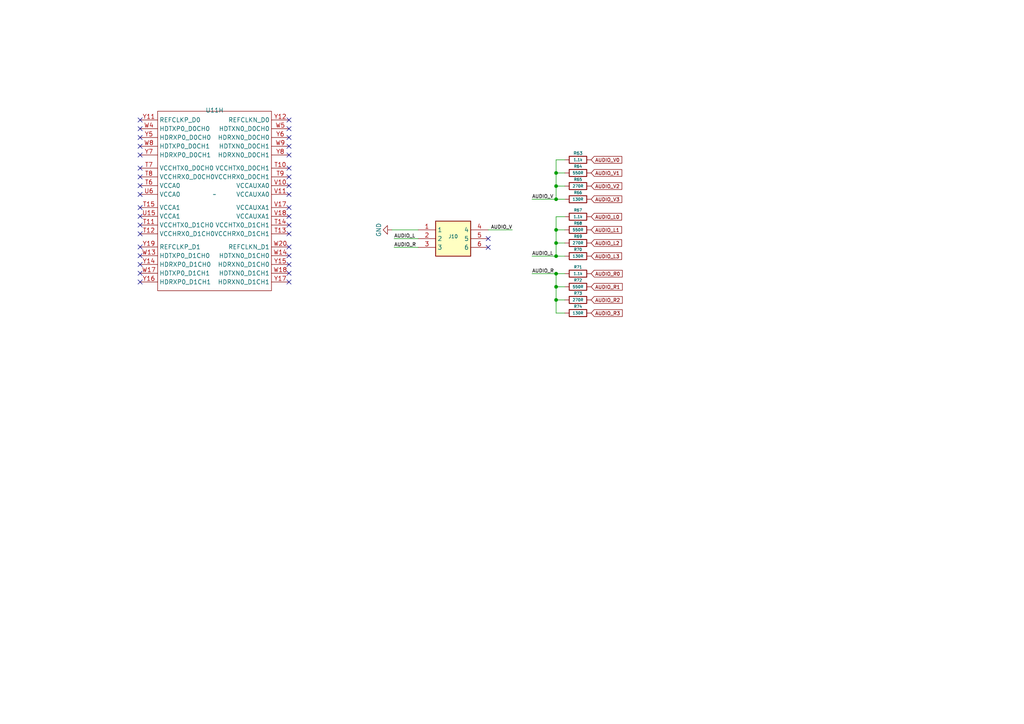
<source format=kicad_sch>
(kicad_sch (version 20230121) (generator eeschema)

  (uuid 68c05cdb-a733-4373-a6ce-7e01012fe0c7)

  (paper "A4")

  (lib_symbols
    (symbol "Device:R" (pin_numbers hide) (pin_names (offset 0)) (in_bom yes) (on_board yes)
      (property "Reference" "R" (at 2.032 0 90)
        (effects (font (size 1.27 1.27)))
      )
      (property "Value" "R" (at 0 0 90)
        (effects (font (size 1.27 1.27)))
      )
      (property "Footprint" "" (at -1.778 0 90)
        (effects (font (size 1.27 1.27)) hide)
      )
      (property "Datasheet" "~" (at 0 0 0)
        (effects (font (size 1.27 1.27)) hide)
      )
      (property "ki_keywords" "R res resistor" (at 0 0 0)
        (effects (font (size 1.27 1.27)) hide)
      )
      (property "ki_description" "Resistor" (at 0 0 0)
        (effects (font (size 1.27 1.27)) hide)
      )
      (property "ki_fp_filters" "R_*" (at 0 0 0)
        (effects (font (size 1.27 1.27)) hide)
      )
      (symbol "R_0_1"
        (rectangle (start -1.016 -2.54) (end 1.016 2.54)
          (stroke (width 0.254) (type default))
          (fill (type none))
        )
      )
      (symbol "R_1_1"
        (pin passive line (at 0 3.81 270) (length 1.27)
          (name "~" (effects (font (size 1.27 1.27))))
          (number "1" (effects (font (size 1.27 1.27))))
        )
        (pin passive line (at 0 -3.81 90) (length 1.27)
          (name "~" (effects (font (size 1.27 1.27))))
          (number "2" (effects (font (size 1.27 1.27))))
        )
      )
    )
    (symbol "Library_Ulx3:ULX3_(FPGA)" (in_bom yes) (on_board yes)
      (property "Reference" "U" (at 0 0 0)
        (effects (font (size 1.27 1.27)))
      )
      (property "Value" "" (at 0 0 0)
        (effects (font (size 1.27 1.27)))
      )
      (property "Footprint" "Latice_LEF5U:Latice_LEF5U_FPGA_BGA-381" (at 0 0 0)
        (effects (font (size 1.27 1.27)) hide)
      )
      (property "Datasheet" "" (at 0 0 0)
        (effects (font (size 1.27 1.27)) hide)
      )
      (property "ki_locked" "" (at 0 0 0)
        (effects (font (size 1.27 1.27)))
      )
      (symbol "ULX3_(FPGA)_1_1"
        (rectangle (start -15.24 20.32) (end 12.7 -17.78)
          (stroke (width 0) (type solid))
          (fill (type none))
        )
        (pin input line (at -20.32 15.24 0) (length 5.08)
          (name "PCLKT0_1" (effects (font (size 1.27 1.27))))
          (number "A10" (effects (font (size 1.27 1.27))))
        )
        (pin input line (at 17.78 15.24 180) (length 5.08)
          (name "PCLKC0_1" (effects (font (size 1.27 1.27))))
          (number "A11" (effects (font (size 1.27 1.27))))
        )
        (pin input line (at -20.32 -10.16 0) (length 5.08)
          (name "PT4A" (effects (font (size 1.27 1.27))))
          (number "A6" (effects (font (size 1.27 1.27))))
        )
        (pin input line (at -20.32 5.08 0) (length 5.08)
          (name "PT18A" (effects (font (size 1.27 1.27))))
          (number "A7" (effects (font (size 1.27 1.27))))
        )
        (pin input line (at 17.78 5.08 180) (length 5.08)
          (name "PT18B" (effects (font (size 1.27 1.27))))
          (number "A8" (effects (font (size 1.27 1.27))))
        )
        (pin input line (at -20.32 12.7 0) (length 5.08)
          (name "GR_PCLK0_1" (effects (font (size 1.27 1.27))))
          (number "A9" (effects (font (size 1.27 1.27))))
        )
        (pin input line (at 17.78 12.7 180) (length 5.08)
          (name "GR_PCLK0_0" (effects (font (size 1.27 1.27))))
          (number "B10" (effects (font (size 1.27 1.27))))
        )
        (pin input line (at -20.32 17.78 0) (length 5.08)
          (name "PCLKT0_0" (effects (font (size 1.27 1.27))))
          (number "B11" (effects (font (size 1.27 1.27))))
        )
        (pin input line (at 17.78 -10.16 180) (length 5.08)
          (name "PT4B" (effects (font (size 1.27 1.27))))
          (number "B6" (effects (font (size 1.27 1.27))))
        )
        (pin input line (at 17.78 2.54 180) (length 5.08)
          (name "PT15B" (effects (font (size 1.27 1.27))))
          (number "B8" (effects (font (size 1.27 1.27))))
        )
        (pin input line (at -20.32 10.16 0) (length 5.08)
          (name "PT58A" (effects (font (size 1.27 1.27))))
          (number "B9" (effects (font (size 1.27 1.27))))
        )
        (pin input line (at 17.78 10.16 180) (length 5.08)
          (name "PT58B" (effects (font (size 1.27 1.27))))
          (number "C10" (effects (font (size 1.27 1.27))))
        )
        (pin input line (at 17.78 17.78 180) (length 5.08)
          (name "PCLKC0_0" (effects (font (size 1.27 1.27))))
          (number "C11" (effects (font (size 1.27 1.27))))
        )
        (pin input line (at -20.32 -2.54 0) (length 5.08)
          (name "PT11A" (effects (font (size 1.27 1.27))))
          (number "C6" (effects (font (size 1.27 1.27))))
        )
        (pin input line (at 17.78 -2.54 180) (length 5.08)
          (name "PT11B" (effects (font (size 1.27 1.27))))
          (number "C7" (effects (font (size 1.27 1.27))))
        )
        (pin input line (at -20.32 2.54 0) (length 5.08)
          (name "PT15A" (effects (font (size 1.27 1.27))))
          (number "C8" (effects (font (size 1.27 1.27))))
        )
        (pin input line (at -20.32 -15.24 0) (length 5.08)
          (name "PT54A" (effects (font (size 1.27 1.27))))
          (number "C9" (effects (font (size 1.27 1.27))))
        )
        (pin input line (at -20.32 -12.7 0) (length 5.08)
          (name "PT56A" (effects (font (size 1.27 1.27))))
          (number "D10" (effects (font (size 1.27 1.27))))
        )
        (pin input line (at 17.78 -7.62 180) (length 5.08)
          (name "PT6B" (effects (font (size 1.27 1.27))))
          (number "D6" (effects (font (size 1.27 1.27))))
        )
        (pin input line (at 17.78 -5.08 180) (length 5.08)
          (name "PT9B" (effects (font (size 1.27 1.27))))
          (number "D7" (effects (font (size 1.27 1.27))))
        )
        (pin input line (at 17.78 0 180) (length 5.08)
          (name "PT13B" (effects (font (size 1.27 1.27))))
          (number "D8" (effects (font (size 1.27 1.27))))
        )
        (pin input line (at -20.32 7.62 0) (length 5.08)
          (name "PT20A" (effects (font (size 1.27 1.27))))
          (number "D9" (effects (font (size 1.27 1.27))))
        )
        (pin input line (at 17.78 -12.7 180) (length 5.08)
          (name "PT56B" (effects (font (size 1.27 1.27))))
          (number "E10" (effects (font (size 1.27 1.27))))
        )
        (pin input line (at -20.32 -7.62 0) (length 5.08)
          (name "PT6A" (effects (font (size 1.27 1.27))))
          (number "E6" (effects (font (size 1.27 1.27))))
        )
        (pin input line (at -20.32 -5.08 0) (length 5.08)
          (name "PT9A" (effects (font (size 1.27 1.27))))
          (number "E7" (effects (font (size 1.27 1.27))))
        )
        (pin input line (at -20.32 0 0) (length 5.08)
          (name "PT13A" (effects (font (size 1.27 1.27))))
          (number "E8" (effects (font (size 1.27 1.27))))
        )
        (pin input line (at 17.78 7.62 180) (length 5.08)
          (name "PT20B" (effects (font (size 1.27 1.27))))
          (number "E9" (effects (font (size 1.27 1.27))))
        )
      )
      (symbol "ULX3_(FPGA)_2_1"
        (rectangle (start -15.24 21.59) (end 12.7 -24.13)
          (stroke (width 0) (type solid))
          (fill (type none))
        )
        (pin input line (at -20.32 -11.43 0) (length 5.08)
          (name "PT76A" (effects (font (size 1.27 1.27))))
          (number "A12" (effects (font (size 1.27 1.27))))
        )
        (pin input line (at 17.78 -11.43 180) (length 5.08)
          (name "PT76B" (effects (font (size 1.27 1.27))))
          (number "A13" (effects (font (size 1.27 1.27))))
        )
        (pin input line (at -20.32 -3.81 0) (length 5.08)
          (name "PT83A" (effects (font (size 1.27 1.27))))
          (number "A14" (effects (font (size 1.27 1.27))))
        )
        (pin input line (at -20.32 -21.59 0) (length 5.08)
          (name "PT103A" (effects (font (size 1.27 1.27))))
          (number "A15" (effects (font (size 1.27 1.27))))
        )
        (pin input line (at -20.32 6.35 0) (length 5.08)
          (name "PT110A" (effects (font (size 1.27 1.27))))
          (number "A16" (effects (font (size 1.27 1.27))))
        )
        (pin input line (at -20.32 13.97 0) (length 5.08)
          (name "PT116A" (effects (font (size 1.27 1.27))))
          (number "A17" (effects (font (size 1.27 1.27))))
        )
        (pin input line (at -20.32 16.51 0) (length 5.08)
          (name "PT119A" (effects (font (size 1.27 1.27))))
          (number "A18" (effects (font (size 1.27 1.27))))
        )
        (pin input line (at -20.32 19.05 0) (length 5.08)
          (name "PT121A" (effects (font (size 1.27 1.27))))
          (number "A19" (effects (font (size 1.27 1.27))))
        )
        (pin input line (at -20.32 -16.51 0) (length 5.08)
          (name "PCLKT1_0" (effects (font (size 1.27 1.27))))
          (number "B12" (effects (font (size 1.27 1.27))))
        )
        (pin input line (at -20.32 -8.89 0) (length 5.08)
          (name "PT78A" (effects (font (size 1.27 1.27))))
          (number "B13" (effects (font (size 1.27 1.27))))
        )
        (pin input line (at -20.32 1.27 0) (length 5.08)
          (name "PT105A" (effects (font (size 1.27 1.27))))
          (number "B15" (effects (font (size 1.27 1.27))))
        )
        (pin input line (at 17.78 6.35 180) (length 5.08)
          (name "PT110B" (effects (font (size 1.27 1.27))))
          (number "B16" (effects (font (size 1.27 1.27))))
        )
        (pin input line (at -20.32 11.43 0) (length 5.08)
          (name "PT114A" (effects (font (size 1.27 1.27))))
          (number "B17" (effects (font (size 1.27 1.27))))
        )
        (pin input line (at 17.78 13.97 180) (length 5.08)
          (name "PT116B" (effects (font (size 1.27 1.27))))
          (number "B18" (effects (font (size 1.27 1.27))))
        )
        (pin input line (at 17.78 16.51 180) (length 5.08)
          (name "PT119B" (effects (font (size 1.27 1.27))))
          (number "B19" (effects (font (size 1.27 1.27))))
        )
        (pin input line (at 17.78 19.05 180) (length 5.08)
          (name "PT121B" (effects (font (size 1.27 1.27))))
          (number "B20" (effects (font (size 1.27 1.27))))
        )
        (pin input line (at 17.78 -16.51 180) (length 5.08)
          (name "PCLKC1_0" (effects (font (size 1.27 1.27))))
          (number "C12" (effects (font (size 1.27 1.27))))
        )
        (pin input line (at 17.78 -8.89 180) (length 5.08)
          (name "PT78B" (effects (font (size 1.27 1.27))))
          (number "C13" (effects (font (size 1.27 1.27))))
        )
        (pin input line (at 17.78 -3.81 180) (length 5.08)
          (name "PT83B" (effects (font (size 1.27 1.27))))
          (number "C14" (effects (font (size 1.27 1.27))))
        )
        (pin input line (at 17.78 1.27 180) (length 5.08)
          (name "PT105B" (effects (font (size 1.27 1.27))))
          (number "C15" (effects (font (size 1.27 1.27))))
        )
        (pin input line (at -20.32 8.89 0) (length 5.08)
          (name "PT112A" (effects (font (size 1.27 1.27))))
          (number "C16" (effects (font (size 1.27 1.27))))
        )
        (pin input line (at 17.78 11.43 180) (length 5.08)
          (name "PT114B" (effects (font (size 1.27 1.27))))
          (number "C17" (effects (font (size 1.27 1.27))))
        )
        (pin input line (at -20.32 -19.05 0) (length 5.08)
          (name "PCLKT1_1" (effects (font (size 1.27 1.27))))
          (number "D11" (effects (font (size 1.27 1.27))))
        )
        (pin input line (at -20.32 -13.97 0) (length 5.08)
          (name "GR_PCLK1_0" (effects (font (size 1.27 1.27))))
          (number "D12" (effects (font (size 1.27 1.27))))
        )
        (pin input line (at -20.32 -6.35 0) (length 5.08)
          (name "PT80A" (effects (font (size 1.27 1.27))))
          (number "D13" (effects (font (size 1.27 1.27))))
        )
        (pin input line (at -20.32 -1.27 0) (length 5.08)
          (name "PT85A" (effects (font (size 1.27 1.27))))
          (number "D14" (effects (font (size 1.27 1.27))))
        )
        (pin input line (at -20.32 3.81 0) (length 5.08)
          (name "PT107A" (effects (font (size 1.27 1.27))))
          (number "D15" (effects (font (size 1.27 1.27))))
        )
        (pin input line (at 17.78 8.89 180) (length 5.08)
          (name "PT112B" (effects (font (size 1.27 1.27))))
          (number "D16" (effects (font (size 1.27 1.27))))
        )
        (pin input line (at 17.78 -19.05 180) (length 5.08)
          (name "PCLKC1_1" (effects (font (size 1.27 1.27))))
          (number "E11" (effects (font (size 1.27 1.27))))
        )
        (pin input line (at 17.78 -13.97 180) (length 5.08)
          (name "GR_PCLK1_1" (effects (font (size 1.27 1.27))))
          (number "E12" (effects (font (size 1.27 1.27))))
        )
        (pin input line (at 17.78 -6.35 180) (length 5.08)
          (name "PT80B" (effects (font (size 1.27 1.27))))
          (number "E13" (effects (font (size 1.27 1.27))))
        )
        (pin input line (at 17.78 -1.27 180) (length 5.08)
          (name "PT85B" (effects (font (size 1.27 1.27))))
          (number "E14" (effects (font (size 1.27 1.27))))
        )
        (pin input line (at 17.78 3.81 180) (length 5.08)
          (name "PT107B" (effects (font (size 1.27 1.27))))
          (number "E15" (effects (font (size 1.27 1.27))))
        )
      )
      (symbol "ULX3_(FPGA)_3_1"
        (rectangle (start -13.97 21.59) (end 13.97 -24.13)
          (stroke (width 0) (type solid))
          (fill (type none))
        )
        (pin input line (at -19.05 -19.05 0) (length 5.08)
          (name "PR11A" (effects (font (size 1.27 1.27))))
          (number "C18" (effects (font (size 1.27 1.27))))
        )
        (pin input line (at -19.05 1.27 0) (length 5.08)
          (name "PR35A" (effects (font (size 1.27 1.27))))
          (number "C20" (effects (font (size 1.27 1.27))))
        )
        (pin input line (at 19.05 -19.05 180) (length 5.08)
          (name "PR11B" (effects (font (size 1.27 1.27))))
          (number "D17" (effects (font (size 1.27 1.27))))
        )
        (pin input line (at -19.05 -13.97 0) (length 5.08)
          (name "PR14A" (effects (font (size 1.27 1.27))))
          (number "D18" (effects (font (size 1.27 1.27))))
        )
        (pin input line (at 19.05 1.27 180) (length 5.08)
          (name "PR35B" (effects (font (size 1.27 1.27))))
          (number "D19" (effects (font (size 1.27 1.27))))
        )
        (pin input line (at -19.05 3.81 0) (length 5.08)
          (name "VREF1_2" (effects (font (size 1.27 1.27))))
          (number "D20" (effects (font (size 1.27 1.27))))
        )
        (pin input line (at -19.05 -16.51 0) (length 5.08)
          (name "PR11C" (effects (font (size 1.27 1.27))))
          (number "E16" (effects (font (size 1.27 1.27))))
        )
        (pin input line (at 19.05 -13.97 180) (length 5.08)
          (name "PR14B" (effects (font (size 1.27 1.27))))
          (number "E17" (effects (font (size 1.27 1.27))))
        )
        (pin input line (at -19.05 -11.43 0) (length 5.08)
          (name "PR14C" (effects (font (size 1.27 1.27))))
          (number "E18" (effects (font (size 1.27 1.27))))
        )
        (pin input line (at 19.05 3.81 180) (length 5.08)
          (name "PR35D" (effects (font (size 1.27 1.27))))
          (number "E19" (effects (font (size 1.27 1.27))))
        )
        (pin input line (at -19.05 6.35 0) (length 5.08)
          (name "PR38A" (effects (font (size 1.27 1.27))))
          (number "E20" (effects (font (size 1.27 1.27))))
        )
        (pin input line (at 19.05 -16.51 180) (length 5.08)
          (name "PR11D" (effects (font (size 1.27 1.27))))
          (number "F16" (effects (font (size 1.27 1.27))))
        )
        (pin input line (at -19.05 -8.89 0) (length 5.08)
          (name "PR17A" (effects (font (size 1.27 1.27))))
          (number "F17" (effects (font (size 1.27 1.27))))
        )
        (pin input line (at 19.05 -11.43 180) (length 5.08)
          (name "PR14D" (effects (font (size 1.27 1.27))))
          (number "F18" (effects (font (size 1.27 1.27))))
        )
        (pin input line (at 19.05 6.35 180) (length 5.08)
          (name "PR38B" (effects (font (size 1.27 1.27))))
          (number "F19" (effects (font (size 1.27 1.27))))
        )
        (pin input line (at -19.05 8.89 0) (length 5.08)
          (name "PR38C" (effects (font (size 1.27 1.27))))
          (number "F20" (effects (font (size 1.27 1.27))))
        )
        (pin input line (at -19.05 -6.35 0) (length 5.08)
          (name "PR17C" (effects (font (size 1.27 1.27))))
          (number "G16" (effects (font (size 1.27 1.27))))
        )
        (pin input line (at 19.05 -8.89 180) (length 5.08)
          (name "PR17B" (effects (font (size 1.27 1.27))))
          (number "G18" (effects (font (size 1.27 1.27))))
        )
        (pin input line (at -19.05 11.43 0) (length 5.08)
          (name "GR_PCLK2_1" (effects (font (size 1.27 1.27))))
          (number "G19" (effects (font (size 1.27 1.27))))
        )
        (pin input line (at 19.05 8.89 180) (length 5.08)
          (name "PR38D" (effects (font (size 1.27 1.27))))
          (number "G20" (effects (font (size 1.27 1.27))))
        )
        (pin input line (at 19.05 -6.35 180) (length 5.08)
          (name "PR17D" (effects (font (size 1.27 1.27))))
          (number "H16" (effects (font (size 1.27 1.27))))
        )
        (pin input line (at 19.05 -3.81 180) (length 5.08)
          (name "PR20B" (effects (font (size 1.27 1.27))))
          (number "H17" (effects (font (size 1.27 1.27))))
        )
        (pin input line (at -19.05 -3.81 0) (length 5.08)
          (name "PR20A" (effects (font (size 1.27 1.27))))
          (number "H18" (effects (font (size 1.27 1.27))))
        )
        (pin input line (at 19.05 11.43 180) (length 5.08)
          (name "PR41B" (effects (font (size 1.27 1.27))))
          (number "H20" (effects (font (size 1.27 1.27))))
        )
        (pin input line (at 19.05 -1.27 180) (length 5.08)
          (name "PR20D" (effects (font (size 1.27 1.27))))
          (number "J16" (effects (font (size 1.27 1.27))))
        )
        (pin input line (at -19.05 -1.27 0) (length 5.08)
          (name "PR20C" (effects (font (size 1.27 1.27))))
          (number "J17" (effects (font (size 1.27 1.27))))
        )
        (pin input line (at -19.05 13.97 0) (length 5.08)
          (name "GR_PCLK2_0" (effects (font (size 1.27 1.27))))
          (number "J18" (effects (font (size 1.27 1.27))))
        )
        (pin input line (at -19.05 16.51 0) (length 5.08)
          (name "PCLKT2_1" (effects (font (size 1.27 1.27))))
          (number "J19" (effects (font (size 1.27 1.27))))
        )
        (pin input line (at -19.05 19.05 0) (length 5.08)
          (name "PCLKT2_0" (effects (font (size 1.27 1.27))))
          (number "J20" (effects (font (size 1.27 1.27))))
        )
        (pin input line (at -19.05 -21.59 0) (length 5.08)
          (name "PR29A" (effects (font (size 1.27 1.27))))
          (number "K16" (effects (font (size 1.27 1.27))))
        )
        (pin input line (at 19.05 -21.59 180) (length 5.08)
          (name "PR29B" (effects (font (size 1.27 1.27))))
          (number "K17" (effects (font (size 1.27 1.27))))
        )
        (pin input line (at 19.05 13.97 180) (length 5.08)
          (name "PR41D" (effects (font (size 1.27 1.27))))
          (number "K18" (effects (font (size 1.27 1.27))))
        )
        (pin input line (at 19.05 16.51 180) (length 5.08)
          (name "PCLKC2_1" (effects (font (size 1.27 1.27))))
          (number "K19" (effects (font (size 1.27 1.27))))
        )
        (pin input line (at 19.05 19.05 180) (length 5.08)
          (name "PCLKC2_0" (effects (font (size 1.27 1.27))))
          (number "K20" (effects (font (size 1.27 1.27))))
        )
      )
      (symbol "ULX3_(FPGA)_4_1"
        (rectangle (start -13.97 20.32) (end 13.97 -25.4)
          (stroke (width 0) (type solid))
          (fill (type none))
        )
        (pin input line (at -19.05 -15.24 0) (length 5.08)
          (name "GR_PCLK3_0" (effects (font (size 1.27 1.27))))
          (number "L16" (effects (font (size 1.27 1.27))))
        )
        (pin input line (at 19.05 -15.24 180) (length 5.08)
          (name "PR50B" (effects (font (size 1.27 1.27))))
          (number "L17" (effects (font (size 1.27 1.27))))
        )
        (pin input line (at -19.05 -12.7 0) (length 5.08)
          (name "GR_PCLK3_1" (effects (font (size 1.27 1.27))))
          (number "L18" (effects (font (size 1.27 1.27))))
        )
        (pin input line (at -19.05 -17.78 0) (length 5.08)
          (name "PCLKT3_0" (effects (font (size 1.27 1.27))))
          (number "L19" (effects (font (size 1.27 1.27))))
        )
        (pin input line (at -19.05 -20.32 0) (length 5.08)
          (name "PCLKT3_1" (effects (font (size 1.27 1.27))))
          (number "L20" (effects (font (size 1.27 1.27))))
        )
        (pin input line (at 19.05 -10.16 180) (length 5.08)
          (name "PR53B" (effects (font (size 1.27 1.27))))
          (number "M17" (effects (font (size 1.27 1.27))))
        )
        (pin input line (at 19.05 -12.7 180) (length 5.08)
          (name "PR50D" (effects (font (size 1.27 1.27))))
          (number "M18" (effects (font (size 1.27 1.27))))
        )
        (pin input line (at 19.05 -17.78 180) (length 5.08)
          (name "PCLKC3_0" (effects (font (size 1.27 1.27))))
          (number "M19" (effects (font (size 1.27 1.27))))
        )
        (pin input line (at 19.05 -20.32 180) (length 5.08)
          (name "PCLKC3_1" (effects (font (size 1.27 1.27))))
          (number "M20" (effects (font (size 1.27 1.27))))
        )
        (pin input line (at -19.05 -10.16 0) (length 5.08)
          (name "PR53A" (effects (font (size 1.27 1.27))))
          (number "N16" (effects (font (size 1.27 1.27))))
        )
        (pin input line (at -19.05 -5.08 0) (length 5.08)
          (name "PR56A" (effects (font (size 1.27 1.27))))
          (number "N17" (effects (font (size 1.27 1.27))))
        )
        (pin input line (at -19.05 -7.62 0) (length 5.08)
          (name "PR53C" (effects (font (size 1.27 1.27))))
          (number "N18" (effects (font (size 1.27 1.27))))
        )
        (pin input line (at -19.05 0 0) (length 5.08)
          (name "PR83A" (effects (font (size 1.27 1.27))))
          (number "N19" (effects (font (size 1.27 1.27))))
        )
        (pin input line (at 19.05 0 180) (length 5.08)
          (name "PR83B" (effects (font (size 1.27 1.27))))
          (number "N20" (effects (font (size 1.27 1.27))))
        )
        (pin input line (at 19.05 -5.08 180) (length 5.08)
          (name "VREF1_3" (effects (font (size 1.27 1.27))))
          (number "P16" (effects (font (size 1.27 1.27))))
        )
        (pin input line (at 19.05 -7.62 180) (length 5.08)
          (name "PR53D" (effects (font (size 1.27 1.27))))
          (number "P17" (effects (font (size 1.27 1.27))))
        )
        (pin input line (at 19.05 2.54 180) (length 5.08)
          (name "PR83D" (effects (font (size 1.27 1.27))))
          (number "P18" (effects (font (size 1.27 1.27))))
        )
        (pin input line (at -19.05 2.54 0) (length 5.08)
          (name "PR83C" (effects (font (size 1.27 1.27))))
          (number "P19" (effects (font (size 1.27 1.27))))
        )
        (pin input line (at -19.05 5.08 0) (length 5.08)
          (name "PR86A" (effects (font (size 1.27 1.27))))
          (number "P20" (effects (font (size 1.27 1.27))))
        )
        (pin input line (at -19.05 -2.54 0) (length 5.08)
          (name "PR56C" (effects (font (size 1.27 1.27))))
          (number "R16" (effects (font (size 1.27 1.27))))
        )
        (pin input line (at 19.05 -2.54 180) (length 5.08)
          (name "PR56D" (effects (font (size 1.27 1.27))))
          (number "R17" (effects (font (size 1.27 1.27))))
        )
        (pin input line (at 19.05 10.16 180) (length 5.08)
          (name "PR89B" (effects (font (size 1.27 1.27))))
          (number "R18" (effects (font (size 1.27 1.27))))
        )
        (pin input line (at 19.05 5.08 180) (length 5.08)
          (name "PR86B" (effects (font (size 1.27 1.27))))
          (number "R20" (effects (font (size 1.27 1.27))))
        )
        (pin input line (at -19.05 -22.86 0) (length 5.08)
          (name "PR77A" (effects (font (size 1.27 1.27))))
          (number "T16" (effects (font (size 1.27 1.27))))
        )
        (pin input line (at 19.05 17.78 180) (length 5.08)
          (name "GPLL0C_IN" (effects (font (size 1.27 1.27))))
          (number "T17" (effects (font (size 1.27 1.27))))
        )
        (pin input line (at 19.05 12.7 180) (length 5.08)
          (name "PR89D" (effects (font (size 1.27 1.27))))
          (number "T18" (effects (font (size 1.27 1.27))))
        )
        (pin input line (at -19.05 10.16 0) (length 5.08)
          (name "PR89A" (effects (font (size 1.27 1.27))))
          (number "T19" (effects (font (size 1.27 1.27))))
        )
        (pin input line (at -19.05 7.62 0) (length 5.08)
          (name "PR86C" (effects (font (size 1.27 1.27))))
          (number "T20" (effects (font (size 1.27 1.27))))
        )
        (pin input line (at -19.05 17.78 0) (length 5.08)
          (name "GPLL0T_IN" (effects (font (size 1.27 1.27))))
          (number "U16" (effects (font (size 1.27 1.27))))
        )
        (pin input line (at 19.05 15.24 180) (length 5.08)
          (name "PR92B" (effects (font (size 1.27 1.27))))
          (number "U17" (effects (font (size 1.27 1.27))))
        )
        (pin input line (at -19.05 15.24 0) (length 5.08)
          (name "PR92A" (effects (font (size 1.27 1.27))))
          (number "U18" (effects (font (size 1.27 1.27))))
        )
        (pin input line (at -19.05 12.7 0) (length 5.08)
          (name "PR89C" (effects (font (size 1.27 1.27))))
          (number "U19" (effects (font (size 1.27 1.27))))
        )
        (pin input line (at 19.05 7.62 180) (length 5.08)
          (name "PR86D" (effects (font (size 1.27 1.27))))
          (number "U20" (effects (font (size 1.27 1.27))))
        )
      )
      (symbol "ULX3_(FPGA)_5_1"
        (rectangle (start -13.97 20.32) (end 13.97 -25.4)
          (stroke (width 0) (type solid))
          (fill (type none))
        )
        (pin input line (at 19.05 15.24 180) (length 5.08)
          (name "PCLKC6_1" (effects (font (size 1.27 1.27))))
          (number "F1" (effects (font (size 1.27 1.27))))
        )
        (pin input line (at 19.05 17.78 180) (length 5.08)
          (name "PCLKC6_0" (effects (font (size 1.27 1.27))))
          (number "G1" (effects (font (size 1.27 1.27))))
        )
        (pin input line (at -19.05 15.24 0) (length 5.08)
          (name "PCLKT6_1" (effects (font (size 1.27 1.27))))
          (number "G2" (effects (font (size 1.27 1.27))))
        )
        (pin input line (at -19.05 7.62 0) (length 5.08)
          (name "PL53C" (effects (font (size 1.27 1.27))))
          (number "H1" (effects (font (size 1.27 1.27))))
        )
        (pin input line (at -19.05 17.78 0) (length 5.08)
          (name "PCLKT6_0" (effects (font (size 1.27 1.27))))
          (number "H2" (effects (font (size 1.27 1.27))))
        )
        (pin input line (at 19.05 5.08 180) (length 5.08)
          (name "PL53B" (effects (font (size 1.27 1.27))))
          (number "J1" (effects (font (size 1.27 1.27))))
        )
        (pin input line (at -19.05 12.7 0) (length 5.08)
          (name "GR_PCLK6_1" (effects (font (size 1.27 1.27))))
          (number "J3" (effects (font (size 1.27 1.27))))
        )
        (pin input line (at -19.05 10.16 0) (length 5.08)
          (name "GR_PCLK6_0" (effects (font (size 1.27 1.27))))
          (number "J4" (effects (font (size 1.27 1.27))))
        )
        (pin input line (at 19.05 10.16 180) (length 5.08)
          (name "PL50B" (effects (font (size 1.27 1.27))))
          (number "J5" (effects (font (size 1.27 1.27))))
        )
        (pin input line (at 19.05 7.62 180) (length 5.08)
          (name "PL53D" (effects (font (size 1.27 1.27))))
          (number "K1" (effects (font (size 1.27 1.27))))
        )
        (pin input line (at -19.05 5.08 0) (length 5.08)
          (name "PL53A" (effects (font (size 1.27 1.27))))
          (number "K2" (effects (font (size 1.27 1.27))))
        )
        (pin input line (at 19.05 12.7 180) (length 5.08)
          (name "PL50D" (effects (font (size 1.27 1.27))))
          (number "K3" (effects (font (size 1.27 1.27))))
        )
        (pin input line (at -19.05 0 0) (length 5.08)
          (name "PL56A" (effects (font (size 1.27 1.27))))
          (number "K4" (effects (font (size 1.27 1.27))))
        )
        (pin input line (at 19.05 0 180) (length 5.08)
          (name "VREF1_6" (effects (font (size 1.27 1.27))))
          (number "K5" (effects (font (size 1.27 1.27))))
        )
        (pin input line (at -19.05 -12.7 0) (length 5.08)
          (name "PL65C" (effects (font (size 1.27 1.27))))
          (number "L1" (effects (font (size 1.27 1.27))))
        )
        (pin input line (at 19.05 -7.62 180) (length 5.08)
          (name "PL86D" (effects (font (size 1.27 1.27))))
          (number "L2" (effects (font (size 1.27 1.27))))
        )
        (pin input line (at -19.05 -7.62 0) (length 5.08)
          (name "PL86C" (effects (font (size 1.27 1.27))))
          (number "L3" (effects (font (size 1.27 1.27))))
        )
        (pin input line (at -19.05 2.54 0) (length 5.08)
          (name "PL56C" (effects (font (size 1.27 1.27))))
          (number "L4" (effects (font (size 1.27 1.27))))
        )
        (pin input line (at 19.05 2.54 180) (length 5.08)
          (name "PL56D" (effects (font (size 1.27 1.27))))
          (number "L5" (effects (font (size 1.27 1.27))))
        )
        (pin input line (at 19.05 -15.24 180) (length 5.08)
          (name "PL89B" (effects (font (size 1.27 1.27))))
          (number "M1" (effects (font (size 1.27 1.27))))
        )
        (pin input line (at 19.05 -10.16 180) (length 5.08)
          (name "PL86B" (effects (font (size 1.27 1.27))))
          (number "M3" (effects (font (size 1.27 1.27))))
        )
        (pin input line (at -19.05 -5.08 0) (length 5.08)
          (name "PL83A" (effects (font (size 1.27 1.27))))
          (number "M4" (effects (font (size 1.27 1.27))))
        )
        (pin input line (at -19.05 -22.86 0) (length 5.08)
          (name "PL77A" (effects (font (size 1.27 1.27))))
          (number "M5" (effects (font (size 1.27 1.27))))
        )
        (pin input line (at 19.05 -12.7 180) (length 5.08)
          (name "PL89D" (effects (font (size 1.27 1.27))))
          (number "N1" (effects (font (size 1.27 1.27))))
        )
        (pin input line (at -19.05 -15.24 0) (length 5.08)
          (name "PL65A" (effects (font (size 1.27 1.27))))
          (number "N2" (effects (font (size 1.27 1.27))))
        )
        (pin input line (at -19.05 -10.16 0) (length 5.08)
          (name "PL86A" (effects (font (size 1.27 1.27))))
          (number "N3" (effects (font (size 1.27 1.27))))
        )
        (pin input line (at -19.05 -2.54 0) (length 5.08)
          (name "PL83C" (effects (font (size 1.27 1.27))))
          (number "N4" (effects (font (size 1.27 1.27))))
        )
        (pin input line (at 19.05 -5.08 180) (length 5.08)
          (name "PL83B" (effects (font (size 1.27 1.27))))
          (number "N5" (effects (font (size 1.27 1.27))))
        )
        (pin input line (at -19.05 -20.32 0) (length 5.08)
          (name "PL92A" (effects (font (size 1.27 1.27))))
          (number "P1" (effects (font (size 1.27 1.27))))
        )
        (pin input line (at 19.05 -20.32 180) (length 5.08)
          (name "PL92B" (effects (font (size 1.27 1.27))))
          (number "P2" (effects (font (size 1.27 1.27))))
        )
        (pin input line (at -19.05 -17.78 0) (length 5.08)
          (name "GPLL0T_IN" (effects (font (size 1.27 1.27))))
          (number "P3" (effects (font (size 1.27 1.27))))
        )
        (pin input line (at 19.05 -17.78 180) (length 5.08)
          (name "GPLL0C_IN" (effects (font (size 1.27 1.27))))
          (number "P4" (effects (font (size 1.27 1.27))))
        )
        (pin input line (at 19.05 -2.54 180) (length 5.08)
          (name "PL83D" (effects (font (size 1.27 1.27))))
          (number "P5" (effects (font (size 1.27 1.27))))
        )
      )
      (symbol "ULX3_(FPGA)_6_1"
        (rectangle (start -13.97 22.86) (end 13.97 -20.32)
          (stroke (width 0) (type solid))
          (fill (type none))
        )
        (pin input line (at -19.05 -2.54 0) (length 5.08)
          (name "PL35A" (effects (font (size 1.27 1.27))))
          (number "A2" (effects (font (size 1.27 1.27))))
        )
        (pin input line (at -19.05 15.24 0) (length 5.08)
          (name "PL14C" (effects (font (size 1.27 1.27))))
          (number "A3" (effects (font (size 1.27 1.27))))
        )
        (pin input line (at -19.05 17.78 0) (length 5.08)
          (name "PL11A" (effects (font (size 1.27 1.27))))
          (number "A4" (effects (font (size 1.27 1.27))))
        )
        (pin input line (at 19.05 17.78 180) (length 5.08)
          (name "PL11B" (effects (font (size 1.27 1.27))))
          (number "A5" (effects (font (size 1.27 1.27))))
        )
        (pin input line (at 19.05 -2.54 180) (length 5.08)
          (name "PL35B" (effects (font (size 1.27 1.27))))
          (number "B1" (effects (font (size 1.27 1.27))))
        )
        (pin input line (at -19.05 0 0) (length 5.08)
          (name "VREF1_7" (effects (font (size 1.27 1.27))))
          (number "B2" (effects (font (size 1.27 1.27))))
        )
        (pin input line (at 19.05 15.24 180) (length 5.08)
          (name "PL14D" (effects (font (size 1.27 1.27))))
          (number "B3" (effects (font (size 1.27 1.27))))
        )
        (pin input line (at 19.05 12.7 180) (length 5.08)
          (name "PL14B" (effects (font (size 1.27 1.27))))
          (number "B4" (effects (font (size 1.27 1.27))))
        )
        (pin input line (at -19.05 20.32 0) (length 5.08)
          (name "PL11C" (effects (font (size 1.27 1.27))))
          (number "B5" (effects (font (size 1.27 1.27))))
        )
        (pin input line (at -19.05 -7.62 0) (length 5.08)
          (name "PL38A" (effects (font (size 1.27 1.27))))
          (number "C1" (effects (font (size 1.27 1.27))))
        )
        (pin input line (at 19.05 0 180) (length 5.08)
          (name "PL35D" (effects (font (size 1.27 1.27))))
          (number "C2" (effects (font (size 1.27 1.27))))
        )
        (pin input line (at -19.05 10.16 0) (length 5.08)
          (name "PL17C" (effects (font (size 1.27 1.27))))
          (number "C3" (effects (font (size 1.27 1.27))))
        )
        (pin input line (at -19.05 12.7 0) (length 5.08)
          (name "PL14A" (effects (font (size 1.27 1.27))))
          (number "C4" (effects (font (size 1.27 1.27))))
        )
        (pin input line (at 19.05 20.32 180) (length 5.08)
          (name "PL11D" (effects (font (size 1.27 1.27))))
          (number "C5" (effects (font (size 1.27 1.27))))
        )
        (pin input line (at 19.05 -7.62 180) (length 5.08)
          (name "PL38B" (effects (font (size 1.27 1.27))))
          (number "D1" (effects (font (size 1.27 1.27))))
        )
        (pin input line (at -19.05 -5.08 0) (length 5.08)
          (name "PL38C" (effects (font (size 1.27 1.27))))
          (number "D2" (effects (font (size 1.27 1.27))))
        )
        (pin input line (at 19.05 10.16 180) (length 5.08)
          (name "PL17D" (effects (font (size 1.27 1.27))))
          (number "D3" (effects (font (size 1.27 1.27))))
        )
        (pin input line (at 19.05 7.62 180) (length 5.08)
          (name "PL17B" (effects (font (size 1.27 1.27))))
          (number "D5" (effects (font (size 1.27 1.27))))
        )
        (pin input line (at 19.05 -5.08 180) (length 5.08)
          (name "PL38D" (effects (font (size 1.27 1.27))))
          (number "E1" (effects (font (size 1.27 1.27))))
        )
        (pin input line (at 19.05 -15.24 180) (length 5.08)
          (name "PCLKC7_0" (effects (font (size 1.27 1.27))))
          (number "E2" (effects (font (size 1.27 1.27))))
        )
        (pin input line (at 19.05 2.54 180) (length 5.08)
          (name "PL20B" (effects (font (size 1.27 1.27))))
          (number "E3" (effects (font (size 1.27 1.27))))
        )
        (pin input line (at -19.05 7.62 0) (length 5.08)
          (name "PL17A" (effects (font (size 1.27 1.27))))
          (number "E4" (effects (font (size 1.27 1.27))))
        )
        (pin input line (at -19.05 5.08 0) (length 5.08)
          (name "PL20C" (effects (font (size 1.27 1.27))))
          (number "E5" (effects (font (size 1.27 1.27))))
        )
        (pin input line (at -19.05 -15.24 0) (length 5.08)
          (name "PCLKT7_0" (effects (font (size 1.27 1.27))))
          (number "F2" (effects (font (size 1.27 1.27))))
        )
        (pin input line (at 19.05 -17.78 180) (length 5.08)
          (name "PCLKC7_1" (effects (font (size 1.27 1.27))))
          (number "F3" (effects (font (size 1.27 1.27))))
        )
        (pin input line (at -19.05 2.54 0) (length 5.08)
          (name "PL20A" (effects (font (size 1.27 1.27))))
          (number "F4" (effects (font (size 1.27 1.27))))
        )
        (pin input line (at 19.05 5.08 180) (length 5.08)
          (name "PL20D" (effects (font (size 1.27 1.27))))
          (number "F5" (effects (font (size 1.27 1.27))))
        )
        (pin input line (at -19.05 -17.78 0) (length 5.08)
          (name "PCLKT7_1" (effects (font (size 1.27 1.27))))
          (number "G3" (effects (font (size 1.27 1.27))))
        )
        (pin input line (at 19.05 -12.7 180) (length 5.08)
          (name "PL41B" (effects (font (size 1.27 1.27))))
          (number "G5" (effects (font (size 1.27 1.27))))
        )
        (pin input line (at 19.05 -10.16 180) (length 5.08)
          (name "PL41D" (effects (font (size 1.27 1.27))))
          (number "H3" (effects (font (size 1.27 1.27))))
        )
        (pin input line (at -19.05 -12.7 0) (length 5.08)
          (name "GR_PCLK7_1" (effects (font (size 1.27 1.27))))
          (number "H4" (effects (font (size 1.27 1.27))))
        )
        (pin input line (at -19.05 -10.16 0) (length 5.08)
          (name "GR_PCLK7_0" (effects (font (size 1.27 1.27))))
          (number "H5" (effects (font (size 1.27 1.27))))
        )
      )
      (symbol "ULX3_(FPGA)_7_1"
        (rectangle (start -12.7 19.05) (end 15.24 -24.13)
          (stroke (width 0) (type solid))
          (fill (type none))
        )
        (pin input line (at -17.78 16.51 0) (length 5.08)
          (name "D7" (effects (font (size 1.27 1.27))))
          (number "R1" (effects (font (size 1.27 1.27))))
        )
        (pin input line (at -17.78 3.81 0) (length 5.08)
          (name "CSSPIN" (effects (font (size 1.27 1.27))))
          (number "R2" (effects (font (size 1.27 1.27))))
        )
        (pin input line (at 20.32 3.81 180) (length 5.08)
          (name "DOUT/CSOn" (effects (font (size 1.27 1.27))))
          (number "R3" (effects (font (size 1.27 1.27))))
        )
        (pin input line (at -17.78 -11.43 0) (length 5.08)
          (name "CFG_2" (effects (font (size 1.27 1.27))))
          (number "R4" (effects (font (size 1.27 1.27))))
        )
        (pin input line (at 20.32 16.51 180) (length 5.08)
          (name "D6" (effects (font (size 1.27 1.27))))
          (number "T1" (effects (font (size 1.27 1.27))))
        )
        (pin input line (at -17.78 6.35 0) (length 5.08)
          (name "SN/CSn" (effects (font (size 1.27 1.27))))
          (number "T2" (effects (font (size 1.27 1.27))))
        )
        (pin input line (at -17.78 -3.81 0) (length 5.08)
          (name "WRITEn" (effects (font (size 1.27 1.27))))
          (number "T3" (effects (font (size 1.27 1.27))))
        )
        (pin input line (at -17.78 -13.97 0) (length 5.08)
          (name "CFG_1" (effects (font (size 1.27 1.27))))
          (number "T4" (effects (font (size 1.27 1.27))))
        )
        (pin input line (at -17.78 13.97 0) (length 5.08)
          (name "D5/MISO2" (effects (font (size 1.27 1.27))))
          (number "U1" (effects (font (size 1.27 1.27))))
        )
        (pin input line (at 20.32 6.35 180) (length 5.08)
          (name "CS1n" (effects (font (size 1.27 1.27))))
          (number "U2" (effects (font (size 1.27 1.27))))
        )
        (pin input line (at -17.78 -6.35 0) (length 5.08)
          (name "CCLK" (effects (font (size 1.27 1.27))))
          (number "U3" (effects (font (size 1.27 1.27))))
        )
        (pin input line (at -17.78 -16.51 0) (length 5.08)
          (name "CFG_0" (effects (font (size 1.27 1.27))))
          (number "U4" (effects (font (size 1.27 1.27))))
        )
        (pin input line (at 20.32 13.97 180) (length 5.08)
          (name "D4/MOSI2" (effects (font (size 1.27 1.27))))
          (number "V1" (effects (font (size 1.27 1.27))))
        )
        (pin input line (at -17.78 8.89 0) (length 5.08)
          (name "D1/MISO" (effects (font (size 1.27 1.27))))
          (number "V2" (effects (font (size 1.27 1.27))))
        )
        (pin input line (at -17.78 1.27 0) (length 5.08)
          (name "INITn" (effects (font (size 1.27 1.27))))
          (number "V3" (effects (font (size 1.27 1.27))))
        )
        (pin input line (at -17.78 11.43 0) (length 5.08)
          (name "D3/HOLDn" (effects (font (size 1.27 1.27))))
          (number "W1" (effects (font (size 1.27 1.27))))
        )
        (pin input line (at 20.32 8.89 180) (length 5.08)
          (name "D0/MOSI" (effects (font (size 1.27 1.27))))
          (number "W2" (effects (font (size 1.27 1.27))))
        )
        (pin input line (at -17.78 -1.27 0) (length 5.08)
          (name "PROGRAMn" (effects (font (size 1.27 1.27))))
          (number "W3" (effects (font (size 1.27 1.27))))
        )
        (pin input line (at 20.32 11.43 180) (length 5.08)
          (name "D2/WPn" (effects (font (size 1.27 1.27))))
          (number "Y2" (effects (font (size 1.27 1.27))))
        )
        (pin input line (at -17.78 -8.89 0) (length 5.08)
          (name "DONE" (effects (font (size 1.27 1.27))))
          (number "Y3" (effects (font (size 1.27 1.27))))
        )
      )
      (symbol "ULX3_(FPGA)_8_1"
        (polyline
          (pts
            (xy -16.51 24.13)
            (xy -16.51 -27.94)
            (xy 16.51 -27.94)
            (xy 16.51 24.13)
            (xy -16.51 24.13)
          )
          (stroke (width 0) (type default))
          (fill (type none))
        )
        (pin input line (at 21.59 7.62 180) (length 5.08)
          (name "VCCHTX0_D0CH1" (effects (font (size 1.27 1.27))))
          (number "T10" (effects (font (size 1.27 1.27))))
        )
        (pin input line (at -21.59 -8.89 0) (length 5.08)
          (name "VCCHTX0_D1CH0" (effects (font (size 1.27 1.27))))
          (number "T11" (effects (font (size 1.27 1.27))))
        )
        (pin input line (at -21.59 -11.43 0) (length 5.08)
          (name "VCCHRX0_D1CH0" (effects (font (size 1.27 1.27))))
          (number "T12" (effects (font (size 1.27 1.27))))
        )
        (pin input line (at 21.59 -11.43 180) (length 5.08)
          (name "VCCHRX0_D1CH1" (effects (font (size 1.27 1.27))))
          (number "T13" (effects (font (size 1.27 1.27))))
        )
        (pin input line (at 21.59 -8.89 180) (length 5.08)
          (name "VCCHTX0_D1CH1" (effects (font (size 1.27 1.27))))
          (number "T14" (effects (font (size 1.27 1.27))))
        )
        (pin input line (at -21.59 -3.81 0) (length 5.08)
          (name "VCCA1" (effects (font (size 1.27 1.27))))
          (number "T15" (effects (font (size 1.27 1.27))))
        )
        (pin input line (at -21.59 2.54 0) (length 5.08)
          (name "VCCA0" (effects (font (size 1.27 1.27))))
          (number "T6" (effects (font (size 1.27 1.27))))
        )
        (pin input line (at -21.59 7.62 0) (length 5.08)
          (name "VCCHTX0_D0CH0" (effects (font (size 1.27 1.27))))
          (number "T7" (effects (font (size 1.27 1.27))))
        )
        (pin input line (at -21.59 5.08 0) (length 5.08)
          (name "VCCHRX0_D0CH0" (effects (font (size 1.27 1.27))))
          (number "T8" (effects (font (size 1.27 1.27))))
        )
        (pin input line (at 21.59 5.08 180) (length 5.08)
          (name "VCCHRX0_D0CH1" (effects (font (size 1.27 1.27))))
          (number "T9" (effects (font (size 1.27 1.27))))
        )
        (pin input line (at -21.59 -6.35 0) (length 5.08)
          (name "VCCA1" (effects (font (size 1.27 1.27))))
          (number "U15" (effects (font (size 1.27 1.27))))
        )
        (pin input line (at -21.59 0 0) (length 5.08)
          (name "VCCA0" (effects (font (size 1.27 1.27))))
          (number "U6" (effects (font (size 1.27 1.27))))
        )
        (pin input line (at 21.59 2.54 180) (length 5.08)
          (name "VCCAUXA0" (effects (font (size 1.27 1.27))))
          (number "V10" (effects (font (size 1.27 1.27))))
        )
        (pin input line (at 21.59 0 180) (length 5.08)
          (name "VCCAUXA0" (effects (font (size 1.27 1.27))))
          (number "V11" (effects (font (size 1.27 1.27))))
        )
        (pin input line (at 21.59 -3.81 180) (length 5.08)
          (name "VCCAUXA1" (effects (font (size 1.27 1.27))))
          (number "V17" (effects (font (size 1.27 1.27))))
        )
        (pin input line (at 21.59 -6.35 180) (length 5.08)
          (name "VCCAUXA1" (effects (font (size 1.27 1.27))))
          (number "V18" (effects (font (size 1.27 1.27))))
        )
        (pin input line (at -21.59 -17.78 0) (length 5.08)
          (name "HDTXP0_D1CH0" (effects (font (size 1.27 1.27))))
          (number "W13" (effects (font (size 1.27 1.27))))
        )
        (pin input line (at 21.59 -17.78 180) (length 5.08)
          (name "HDTXN0_D1CH0" (effects (font (size 1.27 1.27))))
          (number "W14" (effects (font (size 1.27 1.27))))
        )
        (pin input line (at -21.59 -22.86 0) (length 5.08)
          (name "HDTXP0_D1CH1" (effects (font (size 1.27 1.27))))
          (number "W17" (effects (font (size 1.27 1.27))))
        )
        (pin input line (at 21.59 -22.86 180) (length 5.08)
          (name "HDTXN0_D1CH1" (effects (font (size 1.27 1.27))))
          (number "W18" (effects (font (size 1.27 1.27))))
        )
        (pin input line (at 21.59 -15.24 180) (length 5.08)
          (name "REFCLKN_D1" (effects (font (size 1.27 1.27))))
          (number "W20" (effects (font (size 1.27 1.27))))
        )
        (pin input line (at -21.59 19.05 0) (length 5.08)
          (name "HDTXP0_D0CH0" (effects (font (size 1.27 1.27))))
          (number "W4" (effects (font (size 1.27 1.27))))
        )
        (pin input line (at 21.59 19.05 180) (length 5.08)
          (name "HDTXN0_D0CH0" (effects (font (size 1.27 1.27))))
          (number "W5" (effects (font (size 1.27 1.27))))
        )
        (pin input line (at -21.59 13.97 0) (length 5.08)
          (name "HDTXP0_D0CH1" (effects (font (size 1.27 1.27))))
          (number "W8" (effects (font (size 1.27 1.27))))
        )
        (pin input line (at 21.59 13.97 180) (length 5.08)
          (name "HDTXN0_D0CH1" (effects (font (size 1.27 1.27))))
          (number "W9" (effects (font (size 1.27 1.27))))
        )
        (pin input line (at -21.59 21.59 0) (length 5.08)
          (name "REFCLKP_D0" (effects (font (size 1.27 1.27))))
          (number "Y11" (effects (font (size 1.27 1.27))))
        )
        (pin input line (at 21.59 21.59 180) (length 5.08)
          (name "REFCLKN_D0" (effects (font (size 1.27 1.27))))
          (number "Y12" (effects (font (size 1.27 1.27))))
        )
        (pin input line (at -21.59 -20.32 0) (length 5.08)
          (name "HDRXP0_D1CH0" (effects (font (size 1.27 1.27))))
          (number "Y14" (effects (font (size 1.27 1.27))))
        )
        (pin input line (at 21.59 -20.32 180) (length 5.08)
          (name "HDRXN0_D1CH0" (effects (font (size 1.27 1.27))))
          (number "Y15" (effects (font (size 1.27 1.27))))
        )
        (pin input line (at -21.59 -25.4 0) (length 5.08)
          (name "HDRXP0_D1CH1" (effects (font (size 1.27 1.27))))
          (number "Y16" (effects (font (size 1.27 1.27))))
        )
        (pin input line (at 21.59 -25.4 180) (length 5.08)
          (name "HDRXN0_D1CH1" (effects (font (size 1.27 1.27))))
          (number "Y17" (effects (font (size 1.27 1.27))))
        )
        (pin input line (at -21.59 -15.24 0) (length 5.08)
          (name "REFCLKP_D1" (effects (font (size 1.27 1.27))))
          (number "Y19" (effects (font (size 1.27 1.27))))
        )
        (pin input line (at -21.59 16.51 0) (length 5.08)
          (name "HDRXP0_D0CH0" (effects (font (size 1.27 1.27))))
          (number "Y5" (effects (font (size 1.27 1.27))))
        )
        (pin input line (at 21.59 16.51 180) (length 5.08)
          (name "HDRXN0_D0CH0" (effects (font (size 1.27 1.27))))
          (number "Y6" (effects (font (size 1.27 1.27))))
        )
        (pin input line (at -21.59 11.43 0) (length 5.08)
          (name "HDRXP0_D0CH1" (effects (font (size 1.27 1.27))))
          (number "Y7" (effects (font (size 1.27 1.27))))
        )
        (pin input line (at 21.59 11.43 180) (length 5.08)
          (name "HDRXN0_D0CH1" (effects (font (size 1.27 1.27))))
          (number "Y8" (effects (font (size 1.27 1.27))))
        )
      )
      (symbol "ULX3_(FPGA)_9_1"
        (polyline
          (pts
            (xy -7.62 78.74)
            (xy -7.62 -68.58)
            (xy 10.16 -68.58)
            (xy 10.16 -68.58)
            (xy 10.16 78.74)
            (xy -7.62 78.74)
          )
          (stroke (width 0) (type default))
          (fill (type none))
        )
        (pin input line (at -10.16 74.93 0) (length 2.54)
          (name "GND" (effects (font (size 0.8 0.8))))
          (number "B14" (effects (font (size 0.8 0.8))))
        )
        (pin input line (at -10.16 76.2 0) (length 2.54)
          (name "GND" (effects (font (size 0.8 0.8))))
          (number "B7" (effects (font (size 0.8 0.8))))
        )
        (pin input line (at -10.16 73.66 0) (length 2.54)
          (name "GND" (effects (font (size 0.8 0.8))))
          (number "C19" (effects (font (size 0.8 0.8))))
        )
        (pin input line (at -10.16 72.39 0) (length 2.54)
          (name "GND" (effects (font (size 0.8 0.8))))
          (number "D4" (effects (font (size 0.8 0.8))))
        )
        (pin input line (at 12.7 -38.1 180) (length 2.54)
          (name "VCC100_2" (effects (font (size 0.8 0.8))))
          (number "F10" (effects (font (size 0.8 0.8))))
        )
        (pin input line (at 12.7 0 180) (length 2.54)
          (name "VCC101_1" (effects (font (size 0.8 0.8))))
          (number "F11" (effects (font (size 0.8 0.8))))
        )
        (pin input line (at 12.7 -2.54 180) (length 2.54)
          (name "VCC101_2" (effects (font (size 0.8 0.8))))
          (number "F12" (effects (font (size 0.8 0.8))))
        )
        (pin input line (at -10.16 68.58 0) (length 2.54)
          (name "GND" (effects (font (size 0.8 0.8))))
          (number "F13" (effects (font (size 0.8 0.8))))
        )
        (pin input line (at -10.16 67.31 0) (length 2.54)
          (name "GND" (effects (font (size 0.8 0.8))))
          (number "F14" (effects (font (size 0.8 0.8))))
        )
        (pin input line (at 12.7 10.16 180) (length 2.54)
          (name "VCCAUX_2" (effects (font (size 0.8 0.8))))
          (number "F15" (effects (font (size 0.8 0.8))))
        )
        (pin input line (at 12.7 12.7 180) (length 2.54)
          (name "VCCAUX_1" (effects (font (size 0.8 0.8))))
          (number "F6" (effects (font (size 0.8 0.8))))
        )
        (pin input line (at -10.16 71.12 0) (length 2.54)
          (name "GND" (effects (font (size 0.8 0.8))))
          (number "F7" (effects (font (size 0.8 0.8))))
        )
        (pin input line (at -10.16 69.85 0) (length 2.54)
          (name "GND" (effects (font (size 0.8 0.8))))
          (number "F8" (effects (font (size 0.8 0.8))))
        )
        (pin input line (at 12.7 -35.56 180) (length 2.54)
          (name "VCC100_1" (effects (font (size 0.8 0.8))))
          (number "F9" (effects (font (size 0.8 0.8))))
        )
        (pin input line (at -10.16 59.69 0) (length 2.54)
          (name "GND" (effects (font (size 0.8 0.8))))
          (number "G10" (effects (font (size 0.8 0.8))))
        )
        (pin input line (at -10.16 58.42 0) (length 2.54)
          (name "GND" (effects (font (size 0.8 0.8))))
          (number "G11" (effects (font (size 0.8 0.8))))
        )
        (pin input line (at -10.16 57.15 0) (length 2.54)
          (name "GND" (effects (font (size 0.8 0.8))))
          (number "G12" (effects (font (size 0.8 0.8))))
        )
        (pin input line (at -10.16 55.88 0) (length 2.54)
          (name "GND" (effects (font (size 0.8 0.8))))
          (number "G13" (effects (font (size 0.8 0.8))))
        )
        (pin input line (at -10.16 54.61 0) (length 2.54)
          (name "GND" (effects (font (size 0.8 0.8))))
          (number "G14" (effects (font (size 0.8 0.8))))
        )
        (pin input line (at -10.16 53.34 0) (length 2.54)
          (name "GND" (effects (font (size 0.8 0.8))))
          (number "G15" (effects (font (size 0.8 0.8))))
        )
        (pin input line (at -10.16 52.07 0) (length 2.54)
          (name "GND" (effects (font (size 0.8 0.8))))
          (number "G17" (effects (font (size 0.8 0.8))))
        )
        (pin input line (at -10.16 66.04 0) (length 2.54)
          (name "GND" (effects (font (size 0.8 0.8))))
          (number "G4" (effects (font (size 0.8 0.8))))
        )
        (pin input line (at -10.16 64.77 0) (length 2.54)
          (name "GND" (effects (font (size 0.8 0.8))))
          (number "G6" (effects (font (size 0.8 0.8))))
        )
        (pin input line (at -10.16 63.5 0) (length 2.54)
          (name "GND" (effects (font (size 0.8 0.8))))
          (number "G7" (effects (font (size 0.8 0.8))))
        )
        (pin input line (at -10.16 62.23 0) (length 2.54)
          (name "GND" (effects (font (size 0.8 0.8))))
          (number "G8" (effects (font (size 0.8 0.8))))
        )
        (pin input line (at -10.16 60.96 0) (length 2.54)
          (name "GND" (effects (font (size 0.8 0.8))))
          (number "G9" (effects (font (size 0.8 0.8))))
        )
        (pin input line (at 12.7 60.96 180) (length 2.54)
          (name "VCC_3" (effects (font (size 0.8 0.8))))
          (number "H10" (effects (font (size 0.8 0.8))))
        )
        (pin input line (at 12.7 58.42 180) (length 2.54)
          (name "VCC_4" (effects (font (size 0.8 0.8))))
          (number "H11" (effects (font (size 0.8 0.8))))
        )
        (pin input line (at 12.7 55.88 180) (length 2.54)
          (name "VCC_5" (effects (font (size 0.8 0.8))))
          (number "H12" (effects (font (size 0.8 0.8))))
        )
        (pin input line (at 12.7 53.34 180) (length 2.54)
          (name "VCC_6" (effects (font (size 0.8 0.8))))
          (number "H13" (effects (font (size 0.8 0.8))))
        )
        (pin input line (at 12.7 -5.08 180) (length 2.54)
          (name "VCC102_1" (effects (font (size 0.8 0.8))))
          (number "H14" (effects (font (size 0.8 0.8))))
        )
        (pin input line (at 12.7 -7.62 180) (length 2.54)
          (name "VCC102_2" (effects (font (size 0.8 0.8))))
          (number "H15" (effects (font (size 0.8 0.8))))
        )
        (pin input line (at -10.16 50.8 0) (length 2.54)
          (name "GND" (effects (font (size 0.8 0.8))))
          (number "H19" (effects (font (size 0.8 0.8))))
        )
        (pin input line (at 12.7 -40.64 180) (length 2.54)
          (name "VCCI07_1" (effects (font (size 0.8 0.8))))
          (number "H6" (effects (font (size 0.8 0.8))))
        )
        (pin input line (at 12.7 -43.18 180) (length 2.54)
          (name "VCCI07_2" (effects (font (size 0.8 0.8))))
          (number "H7" (effects (font (size 0.8 0.8))))
        )
        (pin input line (at 12.7 66.04 180) (length 2.54)
          (name "VCC_1" (effects (font (size 0.8 0.8))))
          (number "H8" (effects (font (size 0.8 0.8))))
        )
        (pin input line (at 12.7 63.5 180) (length 2.54)
          (name "VCC_2" (effects (font (size 0.8 0.8))))
          (number "H9" (effects (font (size 0.8 0.8))))
        )
        (pin input line (at -10.16 45.72 0) (length 2.54)
          (name "GND" (effects (font (size 0.8 0.8))))
          (number "J10" (effects (font (size 0.8 0.8))))
        )
        (pin input line (at -10.16 44.45 0) (length 2.54)
          (name "GND" (effects (font (size 0.8 0.8))))
          (number "J11" (effects (font (size 0.8 0.8))))
        )
        (pin input line (at -10.16 43.18 0) (length 2.54)
          (name "GND" (effects (font (size 0.8 0.8))))
          (number "J12" (effects (font (size 0.8 0.8))))
        )
        (pin input line (at 12.7 48.26 180) (length 2.54)
          (name "VCC_8" (effects (font (size 0.8 0.8))))
          (number "J13" (effects (font (size 0.8 0.8))))
        )
        (pin input line (at -10.16 41.91 0) (length 2.54)
          (name "GND" (effects (font (size 0.8 0.8))))
          (number "J14" (effects (font (size 0.8 0.8))))
        )
        (pin input line (at 12.7 -10.16 180) (length 2.54)
          (name "VCC102_3" (effects (font (size 0.8 0.8))))
          (number "J15" (effects (font (size 0.8 0.8))))
        )
        (pin input line (at -10.16 49.53 0) (length 2.54)
          (name "GND" (effects (font (size 0.8 0.8))))
          (number "J2" (effects (font (size 0.8 0.8))))
        )
        (pin input line (at 12.7 -45.72 180) (length 2.54)
          (name "VCC107_3" (effects (font (size 0.8 0.8))))
          (number "J6" (effects (font (size 0.8 0.8))))
        )
        (pin input line (at -10.16 48.26 0) (length 2.54)
          (name "GND" (effects (font (size 0.8 0.8))))
          (number "J7" (effects (font (size 0.8 0.8))))
        )
        (pin input line (at 12.7 50.8 180) (length 2.54)
          (name "VCC_7" (effects (font (size 0.8 0.8))))
          (number "J8" (effects (font (size 0.8 0.8))))
        )
        (pin input line (at -10.16 46.99 0) (length 2.54)
          (name "GND" (effects (font (size 0.8 0.8))))
          (number "J9" (effects (font (size 0.8 0.8))))
        )
        (pin input line (at -10.16 36.83 0) (length 2.54)
          (name "GND" (effects (font (size 0.8 0.8))))
          (number "K10" (effects (font (size 0.8 0.8))))
        )
        (pin input line (at -10.16 35.56 0) (length 2.54)
          (name "GND" (effects (font (size 0.8 0.8))))
          (number "K11" (effects (font (size 0.8 0.8))))
        )
        (pin input line (at -10.16 34.29 0) (length 2.54)
          (name "GND" (effects (font (size 0.8 0.8))))
          (number "K12" (effects (font (size 0.8 0.8))))
        )
        (pin input line (at 12.7 43.18 180) (length 2.54)
          (name "VCC_10" (effects (font (size 0.8 0.8))))
          (number "K13" (effects (font (size 0.8 0.8))))
        )
        (pin input line (at -10.16 33.02 0) (length 2.54)
          (name "GND" (effects (font (size 0.8 0.8))))
          (number "K14" (effects (font (size 0.8 0.8))))
        )
        (pin input line (at -10.16 31.75 0) (length 2.54)
          (name "GND" (effects (font (size 0.8 0.8))))
          (number "K15" (effects (font (size 0.8 0.8))))
        )
        (pin input line (at -10.16 40.64 0) (length 2.54)
          (name "GND" (effects (font (size 0.8 0.8))))
          (number "K6" (effects (font (size 0.8 0.8))))
        )
        (pin input line (at -10.16 39.37 0) (length 2.54)
          (name "GND" (effects (font (size 0.8 0.8))))
          (number "K7" (effects (font (size 0.8 0.8))))
        )
        (pin input line (at 12.7 45.72 180) (length 2.54)
          (name "VCC_9" (effects (font (size 0.8 0.8))))
          (number "K8" (effects (font (size 0.8 0.8))))
        )
        (pin input line (at -10.16 38.1 0) (length 2.54)
          (name "GND" (effects (font (size 0.8 0.8))))
          (number "K9" (effects (font (size 0.8 0.8))))
        )
        (pin input line (at -10.16 29.21 0) (length 2.54)
          (name "GND" (effects (font (size 0.8 0.8))))
          (number "L10" (effects (font (size 0.8 0.8))))
        )
        (pin input line (at -10.16 27.94 0) (length 2.54)
          (name "GND" (effects (font (size 0.8 0.8))))
          (number "L11" (effects (font (size 0.8 0.8))))
        )
        (pin input line (at -10.16 26.67 0) (length 2.54)
          (name "GND" (effects (font (size 0.8 0.8))))
          (number "L12" (effects (font (size 0.8 0.8))))
        )
        (pin input line (at 12.7 38.1 180) (length 2.54)
          (name "VCC_12" (effects (font (size 0.8 0.8))))
          (number "L13" (effects (font (size 0.8 0.8))))
        )
        (pin input line (at 12.7 -12.7 180) (length 2.54)
          (name "VCC103_1" (effects (font (size 0.8 0.8))))
          (number "L14" (effects (font (size 0.8 0.8))))
        )
        (pin input line (at 12.7 -15.24 180) (length 2.54)
          (name "VCC103_2" (effects (font (size 0.8 0.8))))
          (number "L15" (effects (font (size 0.8 0.8))))
        )
        (pin input line (at 12.7 -20.32 180) (length 2.54)
          (name "VCC106_1" (effects (font (size 0.8 0.8))))
          (number "L6" (effects (font (size 0.8 0.8))))
        )
        (pin input line (at 12.7 -22.86 180) (length 2.54)
          (name "VCC106_2" (effects (font (size 0.8 0.8))))
          (number "L7" (effects (font (size 0.8 0.8))))
        )
        (pin input line (at 12.7 40.64 180) (length 2.54)
          (name "VCC_11" (effects (font (size 0.8 0.8))))
          (number "L8" (effects (font (size 0.8 0.8))))
        )
        (pin input line (at -10.16 30.48 0) (length 2.54)
          (name "GND" (effects (font (size 0.8 0.8))))
          (number "L9" (effects (font (size 0.8 0.8))))
        )
        (pin input line (at -10.16 21.59 0) (length 2.54)
          (name "GND" (effects (font (size 0.8 0.8))))
          (number "M10" (effects (font (size 0.8 0.8))))
        )
        (pin input line (at -10.16 20.32 0) (length 2.54)
          (name "GND" (effects (font (size 0.8 0.8))))
          (number "M11" (effects (font (size 0.8 0.8))))
        )
        (pin input line (at -10.16 19.05 0) (length 2.54)
          (name "GND" (effects (font (size 0.8 0.8))))
          (number "M12" (effects (font (size 0.8 0.8))))
        )
        (pin input line (at 12.7 33.02 180) (length 2.54)
          (name "VCC_14" (effects (font (size 0.8 0.8))))
          (number "M13" (effects (font (size 0.8 0.8))))
        )
        (pin input line (at -10.16 17.78 0) (length 2.54)
          (name "GND" (effects (font (size 0.8 0.8))))
          (number "M14" (effects (font (size 0.8 0.8))))
        )
        (pin input line (at 12.7 -17.78 180) (length 2.54)
          (name "VCC103_3" (effects (font (size 0.8 0.8))))
          (number "M15" (effects (font (size 0.8 0.8))))
        )
        (pin input line (at -10.16 16.51 0) (length 2.54)
          (name "GND" (effects (font (size 0.8 0.8))))
          (number "M16" (effects (font (size 0.8 0.8))))
        )
        (pin input line (at -10.16 25.4 0) (length 2.54)
          (name "GND" (effects (font (size 0.8 0.8))))
          (number "M2" (effects (font (size 0.8 0.8))))
        )
        (pin input line (at 12.7 -25.4 180) (length 2.54)
          (name "VCC106_3" (effects (font (size 0.8 0.8))))
          (number "M6" (effects (font (size 0.8 0.8))))
        )
        (pin input line (at -10.16 24.13 0) (length 2.54)
          (name "GND" (effects (font (size 0.8 0.8))))
          (number "M7" (effects (font (size 0.8 0.8))))
        )
        (pin input line (at 12.7 35.56 180) (length 2.54)
          (name "VCC_13" (effects (font (size 0.8 0.8))))
          (number "M8" (effects (font (size 0.8 0.8))))
        )
        (pin input line (at -10.16 22.86 0) (length 2.54)
          (name "GND" (effects (font (size 0.8 0.8))))
          (number "M9" (effects (font (size 0.8 0.8))))
        )
        (pin input line (at 12.7 25.4 180) (length 2.54)
          (name "VCC_17" (effects (font (size 0.8 0.8))))
          (number "N10" (effects (font (size 0.8 0.8))))
        )
        (pin input line (at 12.7 22.86 180) (length 2.54)
          (name "VCC_18" (effects (font (size 0.8 0.8))))
          (number "N11" (effects (font (size 0.8 0.8))))
        )
        (pin input line (at 12.7 20.32 180) (length 2.54)
          (name "VCC_19" (effects (font (size 0.8 0.8))))
          (number "N12" (effects (font (size 0.8 0.8))))
        )
        (pin input line (at 12.7 17.78 180) (length 2.54)
          (name "VCC_20" (effects (font (size 0.8 0.8))))
          (number "N13" (effects (font (size 0.8 0.8))))
        )
        (pin input line (at -10.16 12.7 0) (length 2.54)
          (name "GND" (effects (font (size 0.8 0.8))))
          (number "N14" (effects (font (size 0.8 0.8))))
        )
        (pin input line (at -10.16 11.43 0) (length 2.54)
          (name "GND" (effects (font (size 0.8 0.8))))
          (number "N15" (effects (font (size 0.8 0.8))))
        )
        (pin input line (at -10.16 15.24 0) (length 2.54)
          (name "GND" (effects (font (size 0.8 0.8))))
          (number "N6" (effects (font (size 0.8 0.8))))
        )
        (pin input line (at -10.16 13.97 0) (length 2.54)
          (name "GND" (effects (font (size 0.8 0.8))))
          (number "N7" (effects (font (size 0.8 0.8))))
        )
        (pin input line (at 12.7 30.48 180) (length 2.54)
          (name "VCC_15" (effects (font (size 0.8 0.8))))
          (number "N8" (effects (font (size 0.8 0.8))))
        )
        (pin input line (at 12.7 27.94 180) (length 2.54)
          (name "VCC_16" (effects (font (size 0.8 0.8))))
          (number "N9" (effects (font (size 0.8 0.8))))
        )
        (pin input line (at 12.7 -30.48 180) (length 2.54)
          (name "VCC108_2" (effects (font (size 0.8 0.8))))
          (number "P10" (effects (font (size 0.8 0.8))))
        )
        (pin input line (at -10.16 7.62 0) (length 2.54)
          (name "GND" (effects (font (size 0.8 0.8))))
          (number "P11" (effects (font (size 0.8 0.8))))
        )
        (pin input line (at -10.16 6.35 0) (length 2.54)
          (name "GND" (effects (font (size 0.8 0.8))))
          (number "P12" (effects (font (size 0.8 0.8))))
        )
        (pin input line (at -10.16 5.08 0) (length 2.54)
          (name "GND" (effects (font (size 0.8 0.8))))
          (number "P13" (effects (font (size 0.8 0.8))))
        )
        (pin input line (at -10.16 3.81 0) (length 2.54)
          (name "GND" (effects (font (size 0.8 0.8))))
          (number "P14" (effects (font (size 0.8 0.8))))
        )
        (pin input line (at 12.7 5.08 180) (length 2.54)
          (name "VCCAUX_4" (effects (font (size 0.8 0.8))))
          (number "P15" (effects (font (size 0.8 0.8))))
        )
        (pin input line (at 12.7 7.62 180) (length 2.54)
          (name "VCCAUX_3" (effects (font (size 0.8 0.8))))
          (number "P6" (effects (font (size 0.8 0.8))))
        )
        (pin input line (at -10.16 10.16 0) (length 2.54)
          (name "GND" (effects (font (size 0.8 0.8))))
          (number "P7" (effects (font (size 0.8 0.8))))
        )
        (pin input line (at -10.16 8.89 0) (length 2.54)
          (name "GND" (effects (font (size 0.8 0.8))))
          (number "P8" (effects (font (size 0.8 0.8))))
        )
        (pin input line (at 12.7 -27.94 180) (length 2.54)
          (name "VCC108_1" (effects (font (size 0.8 0.8))))
          (number "P9" (effects (font (size 0.8 0.8))))
        )
        (pin input line (at -10.16 2.54 0) (length 2.54)
          (name "GND" (effects (font (size 0.8 0.8))))
          (number "R19" (effects (font (size 0.8 0.8))))
        )
        (pin input line (at -10.16 -3.81 0) (length 2.54)
          (name "GND" (effects (font (size 0.8 0.8))))
          (number "T10" (effects (font (size 0.8 0.8))))
        )
        (pin input line (at -10.16 -5.08 0) (length 2.54)
          (name "GND" (effects (font (size 0.8 0.8))))
          (number "T11" (effects (font (size 0.8 0.8))))
        )
        (pin input line (at -10.16 -6.35 0) (length 2.54)
          (name "GND" (effects (font (size 0.8 0.8))))
          (number "T12" (effects (font (size 0.8 0.8))))
        )
        (pin input line (at -10.16 -7.62 0) (length 2.54)
          (name "GND" (effects (font (size 0.8 0.8))))
          (number "T13" (effects (font (size 0.8 0.8))))
        )
        (pin input line (at -10.16 -8.89 0) (length 2.54)
          (name "GND" (effects (font (size 0.8 0.8))))
          (number "T14" (effects (font (size 0.8 0.8))))
        )
        (pin input line (at -10.16 -10.16 0) (length 2.54)
          (name "GND" (effects (font (size 0.8 0.8))))
          (number "T15" (effects (font (size 0.8 0.8))))
        )
        (pin input line (at -10.16 1.27 0) (length 2.54)
          (name "GND" (effects (font (size 0.8 0.8))))
          (number "T6" (effects (font (size 0.8 0.8))))
        )
        (pin input line (at -10.16 0 0) (length 2.54)
          (name "GND" (effects (font (size 0.8 0.8))))
          (number "T7" (effects (font (size 0.8 0.8))))
        )
        (pin input line (at -10.16 -1.27 0) (length 2.54)
          (name "GND" (effects (font (size 0.8 0.8))))
          (number "T8" (effects (font (size 0.8 0.8))))
        )
        (pin input line (at -10.16 -2.54 0) (length 2.54)
          (name "GND" (effects (font (size 0.8 0.8))))
          (number "T9" (effects (font (size 0.8 0.8))))
        )
        (pin input line (at -10.16 -16.51 0) (length 2.54)
          (name "GND" (effects (font (size 0.8 0.8))))
          (number "U10" (effects (font (size 0.8 0.8))))
        )
        (pin input line (at -10.16 -17.78 0) (length 2.54)
          (name "GND" (effects (font (size 0.8 0.8))))
          (number "U11" (effects (font (size 0.8 0.8))))
        )
        (pin input line (at -10.16 -19.05 0) (length 2.54)
          (name "GND" (effects (font (size 0.8 0.8))))
          (number "U12" (effects (font (size 0.8 0.8))))
        )
        (pin input line (at -10.16 -20.32 0) (length 2.54)
          (name "GND" (effects (font (size 0.8 0.8))))
          (number "U13" (effects (font (size 0.8 0.8))))
        )
        (pin input line (at -10.16 -21.59 0) (length 2.54)
          (name "GND" (effects (font (size 0.8 0.8))))
          (number "U14" (effects (font (size 0.8 0.8))))
        )
        (pin input line (at -10.16 -22.86 0) (length 2.54)
          (name "GND" (effects (font (size 0.8 0.8))))
          (number "U15" (effects (font (size 0.8 0.8))))
        )
        (pin input line (at -10.16 -11.43 0) (length 2.54)
          (name "GND" (effects (font (size 0.8 0.8))))
          (number "U6" (effects (font (size 0.8 0.8))))
        )
        (pin input line (at -10.16 -12.7 0) (length 2.54)
          (name "GND" (effects (font (size 0.8 0.8))))
          (number "U7" (effects (font (size 0.8 0.8))))
        )
        (pin input line (at -10.16 -13.97 0) (length 2.54)
          (name "GND" (effects (font (size 0.8 0.8))))
          (number "U8" (effects (font (size 0.8 0.8))))
        )
        (pin input line (at -10.16 -15.24 0) (length 2.54)
          (name "GND" (effects (font (size 0.8 0.8))))
          (number "U9" (effects (font (size 0.8 0.8))))
        )
        (pin input line (at -10.16 -30.48 0) (length 2.54)
          (name "GND" (effects (font (size 0.8 0.8))))
          (number "V10" (effects (font (size 0.8 0.8))))
        )
        (pin input line (at -10.16 -31.75 0) (length 2.54)
          (name "GND" (effects (font (size 0.8 0.8))))
          (number "V11" (effects (font (size 0.8 0.8))))
        )
        (pin input line (at -10.16 -33.02 0) (length 2.54)
          (name "GND" (effects (font (size 0.8 0.8))))
          (number "V12" (effects (font (size 0.8 0.8))))
        )
        (pin input line (at -10.16 -34.29 0) (length 2.54)
          (name "GND" (effects (font (size 0.8 0.8))))
          (number "V13" (effects (font (size 0.8 0.8))))
        )
        (pin input line (at -10.16 -35.56 0) (length 2.54)
          (name "GND" (effects (font (size 0.8 0.8))))
          (number "V14" (effects (font (size 0.8 0.8))))
        )
        (pin input line (at -10.16 -36.83 0) (length 2.54)
          (name "GND" (effects (font (size 0.8 0.8))))
          (number "V15" (effects (font (size 0.8 0.8))))
        )
        (pin input line (at -10.16 -38.1 0) (length 2.54)
          (name "GND" (effects (font (size 0.8 0.8))))
          (number "V16" (effects (font (size 0.8 0.8))))
        )
        (pin input line (at -10.16 -39.37 0) (length 2.54)
          (name "GND" (effects (font (size 0.8 0.8))))
          (number "V17" (effects (font (size 0.8 0.8))))
        )
        (pin input line (at -10.16 -40.64 0) (length 2.54)
          (name "GND" (effects (font (size 0.8 0.8))))
          (number "V18" (effects (font (size 0.8 0.8))))
        )
        (pin input line (at -10.16 -41.91 0) (length 2.54)
          (name "GND" (effects (font (size 0.8 0.8))))
          (number "V19" (effects (font (size 0.8 0.8))))
        )
        (pin input line (at -10.16 -43.18 0) (length 2.54)
          (name "GND" (effects (font (size 0.8 0.8))))
          (number "V20" (effects (font (size 0.8 0.8))))
        )
        (pin input line (at -10.16 -24.13 0) (length 2.54)
          (name "GND" (effects (font (size 0.8 0.8))))
          (number "V5" (effects (font (size 0.8 0.8))))
        )
        (pin input line (at -10.16 -25.4 0) (length 2.54)
          (name "GND" (effects (font (size 0.8 0.8))))
          (number "V6" (effects (font (size 0.8 0.8))))
        )
        (pin input line (at -10.16 -26.67 0) (length 2.54)
          (name "GND" (effects (font (size 0.8 0.8))))
          (number "V7" (effects (font (size 0.8 0.8))))
        )
        (pin input line (at -10.16 -27.94 0) (length 2.54)
          (name "GND" (effects (font (size 0.8 0.8))))
          (number "V8" (effects (font (size 0.8 0.8))))
        )
        (pin input line (at -10.16 -29.21 0) (length 2.54)
          (name "GND" (effects (font (size 0.8 0.8))))
          (number "V9" (effects (font (size 0.8 0.8))))
        )
        (pin input line (at -10.16 -46.99 0) (length 2.54)
          (name "GND" (effects (font (size 0.8 0.8))))
          (number "W12" (effects (font (size 0.8 0.8))))
        )
        (pin input line (at -10.16 -48.26 0) (length 2.54)
          (name "GND" (effects (font (size 0.8 0.8))))
          (number "W15" (effects (font (size 0.8 0.8))))
        )
        (pin input line (at -10.16 -49.53 0) (length 2.54)
          (name "GND" (effects (font (size 0.8 0.8))))
          (number "W16" (effects (font (size 0.8 0.8))))
        )
        (pin input line (at -10.16 -50.8 0) (length 2.54)
          (name "GND" (effects (font (size 0.8 0.8))))
          (number "W19" (effects (font (size 0.8 0.8))))
        )
        (pin input line (at -10.16 -52.07 0) (length 2.54)
          (name "GND" (effects (font (size 0.8 0.8))))
          (number "W20" (effects (font (size 0.8 0.8))))
        )
        (pin input line (at -10.16 -44.45 0) (length 2.54)
          (name "GND" (effects (font (size 0.8 0.8))))
          (number "W6" (effects (font (size 0.8 0.8))))
        )
        (pin input line (at -10.16 -45.72 0) (length 2.54)
          (name "GND" (effects (font (size 0.8 0.8))))
          (number "W7" (effects (font (size 0.8 0.8))))
        )
        (pin input line (at -10.16 -58.42 0) (length 2.54)
          (name "GND" (effects (font (size 0.8 0.8))))
          (number "Y11" (effects (font (size 0.8 0.8))))
        )
        (pin input line (at -10.16 -59.69 0) (length 2.54)
          (name "GND" (effects (font (size 0.8 0.8))))
          (number "Y12" (effects (font (size 0.8 0.8))))
        )
        (pin input line (at -10.16 -60.96 0) (length 2.54)
          (name "GND" (effects (font (size 0.8 0.8))))
          (number "Y14" (effects (font (size 0.8 0.8))))
        )
        (pin input line (at -10.16 -62.23 0) (length 2.54)
          (name "GND" (effects (font (size 0.8 0.8))))
          (number "Y15" (effects (font (size 0.8 0.8))))
        )
        (pin input line (at -10.16 -63.5 0) (length 2.54)
          (name "GND" (effects (font (size 0.8 0.8))))
          (number "Y16" (effects (font (size 0.8 0.8))))
        )
        (pin input line (at -10.16 -64.77 0) (length 2.54)
          (name "GND" (effects (font (size 0.8 0.8))))
          (number "Y17" (effects (font (size 0.8 0.8))))
        )
        (pin input line (at -10.16 -66.04 0) (length 2.54)
          (name "GND" (effects (font (size 0.8 0.8))))
          (number "Y19" (effects (font (size 0.8 0.8))))
        )
        (pin input line (at -10.16 -53.34 0) (length 2.54)
          (name "GND" (effects (font (size 0.8 0.8))))
          (number "Y5" (effects (font (size 0.8 0.8))))
        )
        (pin input line (at -10.16 -54.61 0) (length 2.54)
          (name "GND" (effects (font (size 0.8 0.8))))
          (number "Y6" (effects (font (size 0.8 0.8))))
        )
        (pin input line (at -10.16 -55.88 0) (length 2.54)
          (name "GND" (effects (font (size 0.8 0.8))))
          (number "Y7" (effects (font (size 0.8 0.8))))
        )
        (pin input line (at -10.16 -57.15 0) (length 2.54)
          (name "GND" (effects (font (size 0.8 0.8))))
          (number "Y8" (effects (font (size 0.8 0.8))))
        )
      )
      (symbol "ULX3_(FPGA)_10_0"
        (text "JTAG" (at 6.35 1.27 0)
          (effects (font (size 1.524 1.524)))
        )
      )
      (symbol "ULX3_(FPGA)_10_1"
        (polyline
          (pts
            (xy -6.35 6.35)
            (xy -6.35 -6.35)
            (xy 12.7 -6.35)
            (xy 12.7 6.35)
            (xy -6.35 6.35)
          )
          (stroke (width 0) (type default))
          (fill (type none))
        )
        (text "PROG" (at 6.35 -1.27 0)
          (effects (font (size 1.524 1.524)))
        )
        (pin input line (at -11.43 3.81 0) (length 5.08)
          (name "TDI" (effects (font (size 1.27 1.27))))
          (number "R5" (effects (font (size 1.27 1.27))))
        )
        (pin input line (at -11.43 -1.27 0) (length 5.08)
          (name "TCK" (effects (font (size 1.27 1.27))))
          (number "T5" (effects (font (size 1.27 1.27))))
        )
        (pin input line (at -11.43 -3.81 0) (length 5.08)
          (name "TMS" (effects (font (size 1.27 1.27))))
          (number "U5" (effects (font (size 1.27 1.27))))
        )
        (pin input line (at -11.43 1.27 0) (length 5.08)
          (name "TDO" (effects (font (size 1.27 1.27))))
          (number "V4" (effects (font (size 1.27 1.27))))
        )
      )
    )
    (symbol "SJ-43516-SMT-TR:SJ-43516-SMT-TR" (in_bom yes) (on_board yes)
      (property "Reference" "J" (at 16.51 7.62 0)
        (effects (font (size 1.27 1.27)) (justify left top))
      )
      (property "Value" "SJ-43516-SMT-TR" (at 16.51 5.08 0)
        (effects (font (size 1.27 1.27)) (justify left top))
      )
      (property "Footprint" "SJ43516SMTTR" (at 16.51 -94.92 0)
        (effects (font (size 1.27 1.27)) (justify left top) hide)
      )
      (property "Datasheet" "https://datasheet.datasheetarchive.com/originals/distributors/Datasheets-DGA1/151911.pdf" (at 16.51 -194.92 0)
        (effects (font (size 1.27 1.27)) (justify left top) hide)
      )
      (property "Height" "5" (at 16.51 -394.92 0)
        (effects (font (size 1.27 1.27)) (justify left top) hide)
      )
      (property "Manufacturer_Name" "CUI Devices" (at 16.51 -494.92 0)
        (effects (font (size 1.27 1.27)) (justify left top) hide)
      )
      (property "Manufacturer_Part_Number" "SJ-43516-SMT-TR" (at 16.51 -594.92 0)
        (effects (font (size 1.27 1.27)) (justify left top) hide)
      )
      (property "Mouser Part Number" "490-SJ-43516-SMT-TR" (at 16.51 -694.92 0)
        (effects (font (size 1.27 1.27)) (justify left top) hide)
      )
      (property "Mouser Price/Stock" "https://www.mouser.co.uk/ProductDetail/CUI-Devices/SJ-43516-SMT-TR?qs=WyjlAZoYn53r%252BAeL8NnrFw%3D%3D" (at 16.51 -794.92 0)
        (effects (font (size 1.27 1.27)) (justify left top) hide)
      )
      (property "Arrow Part Number" "SJ-43516-SMT-TR" (at 16.51 -894.92 0)
        (effects (font (size 1.27 1.27)) (justify left top) hide)
      )
      (property "Arrow Price/Stock" "https://www.arrow.com/en/products/sj-43516-smt-tr/cui-devices?region=nac" (at 16.51 -994.92 0)
        (effects (font (size 1.27 1.27)) (justify left top) hide)
      )
      (property "ki_description" "CONN JACK 4COND 3.5MM SMD R/A" (at 0 0 0)
        (effects (font (size 1.27 1.27)) hide)
      )
      (symbol "SJ-43516-SMT-TR_1_1"
        (rectangle (start 5.08 2.54) (end 15.24 -7.62)
          (stroke (width 0.254) (type default))
          (fill (type background))
        )
        (pin passive line (at 0 0 0) (length 5.08)
          (name "1" (effects (font (size 1.27 1.27))))
          (number "1" (effects (font (size 1.27 1.27))))
        )
        (pin passive line (at 0 -2.54 0) (length 5.08)
          (name "2" (effects (font (size 1.27 1.27))))
          (number "2" (effects (font (size 1.27 1.27))))
        )
        (pin passive line (at 0 -5.08 0) (length 5.08)
          (name "3" (effects (font (size 1.27 1.27))))
          (number "3" (effects (font (size 1.27 1.27))))
        )
        (pin passive line (at 20.32 0 180) (length 5.08)
          (name "4" (effects (font (size 1.27 1.27))))
          (number "4" (effects (font (size 1.27 1.27))))
        )
        (pin passive line (at 20.32 -2.54 180) (length 5.08)
          (name "5" (effects (font (size 1.27 1.27))))
          (number "5" (effects (font (size 1.27 1.27))))
        )
        (pin passive line (at 20.32 -5.08 180) (length 5.08)
          (name "6" (effects (font (size 1.27 1.27))))
          (number "6" (effects (font (size 1.27 1.27))))
        )
      )
    )
    (symbol "power:GND" (power) (pin_names (offset 0)) (in_bom yes) (on_board yes)
      (property "Reference" "#PWR" (at 0 -6.35 0)
        (effects (font (size 1.27 1.27)) hide)
      )
      (property "Value" "GND" (at 0 -3.81 0)
        (effects (font (size 1.27 1.27)))
      )
      (property "Footprint" "" (at 0 0 0)
        (effects (font (size 1.27 1.27)) hide)
      )
      (property "Datasheet" "" (at 0 0 0)
        (effects (font (size 1.27 1.27)) hide)
      )
      (property "ki_keywords" "global power" (at 0 0 0)
        (effects (font (size 1.27 1.27)) hide)
      )
      (property "ki_description" "Power symbol creates a global label with name \"GND\" , ground" (at 0 0 0)
        (effects (font (size 1.27 1.27)) hide)
      )
      (symbol "GND_0_1"
        (polyline
          (pts
            (xy 0 0)
            (xy 0 -1.27)
            (xy 1.27 -1.27)
            (xy 0 -2.54)
            (xy -1.27 -1.27)
            (xy 0 -1.27)
          )
          (stroke (width 0) (type default))
          (fill (type none))
        )
      )
      (symbol "GND_1_1"
        (pin power_in line (at 0 0 270) (length 0) hide
          (name "GND" (effects (font (size 1.27 1.27))))
          (number "1" (effects (font (size 1.27 1.27))))
        )
      )
    )
  )

  (junction (at 161.29 53.975) (diameter 0) (color 0 0 0 0)
    (uuid 4c7324a9-af74-4445-9761-74cfaf819a88)
  )
  (junction (at 161.29 70.485) (diameter 0) (color 0 0 0 0)
    (uuid 4e104f51-609a-4727-9b27-f6ed2a02e8b8)
  )
  (junction (at 161.29 79.375) (diameter 0) (color 0 0 0 0)
    (uuid 5f24c996-dbbf-466e-9812-4ad1abdc3ff4)
  )
  (junction (at 161.29 74.295) (diameter 0) (color 0 0 0 0)
    (uuid 7f8ee7c6-ac97-4fb6-a2bb-b585accded23)
  )
  (junction (at 161.29 66.675) (diameter 0) (color 0 0 0 0)
    (uuid 8c3da9ae-916f-4aec-83f6-8c922a65c774)
  )
  (junction (at 161.29 86.995) (diameter 0) (color 0 0 0 0)
    (uuid b8c7015b-0721-4c3c-b6ff-d5b8cdd5efc1)
  )
  (junction (at 161.29 50.165) (diameter 0) (color 0 0 0 0)
    (uuid cd526cc0-fee4-43e9-bd80-1394af13be7a)
  )
  (junction (at 161.29 83.185) (diameter 0) (color 0 0 0 0)
    (uuid ecffd1a9-db76-4286-98b5-be5e890302d8)
  )
  (junction (at 161.29 57.785) (diameter 0) (color 0 0 0 0)
    (uuid f5e174aa-02a9-4c61-94ec-6747f20df876)
  )

  (no_connect (at 83.82 71.628) (uuid 038433ab-6816-4716-ac2d-ba62ec32a21f))
  (no_connect (at 40.64 65.278) (uuid 042f5cfb-b7c2-4835-a1b5-5c8f2e018356))
  (no_connect (at 141.605 71.755) (uuid 059e2156-1eb1-4bdc-ba48-eebbe0b5cb42))
  (no_connect (at 83.82 53.848) (uuid 076a573a-ce1a-40d5-af1b-ec576e54024a))
  (no_connect (at 83.82 51.308) (uuid 11cd1d76-6ce3-4b12-862f-e011d15926a7))
  (no_connect (at 40.64 44.958) (uuid 3845cdfd-10fb-4c91-9eb2-fe0801141245))
  (no_connect (at 40.64 74.168) (uuid 3de97faa-98f3-4e72-91de-e309af9f9567))
  (no_connect (at 40.64 56.388) (uuid 3e380611-4510-4217-b3ea-b26ce190ec96))
  (no_connect (at 83.82 37.338) (uuid 3f3ec76a-9bd4-438b-a281-45ff75b85ef7))
  (no_connect (at 83.82 34.798) (uuid 46315e59-8216-49ca-ad78-3f08deb54e2c))
  (no_connect (at 40.64 42.418) (uuid 502d4262-4567-45d5-a876-3fc96571bdde))
  (no_connect (at 40.64 81.788) (uuid 5160d182-2b6c-4078-9d15-7a9ead506f6d))
  (no_connect (at 40.64 37.338) (uuid 590729d5-a2ec-463a-9af6-8f0e502ec427))
  (no_connect (at 83.82 76.708) (uuid 591881f1-5052-471b-8b5a-6c45d30ba82b))
  (no_connect (at 141.605 69.215) (uuid 696e3ce7-1c46-43c2-a6f8-72ab4ec293df))
  (no_connect (at 40.64 79.248) (uuid 6d0b1d51-f7bb-480b-8888-9e8314ce036c))
  (no_connect (at 40.64 39.878) (uuid 6dee401e-4d95-4eae-a9f0-17dd1a90881e))
  (no_connect (at 40.64 67.818) (uuid 79754d14-8599-4023-80cf-ad6184e9237d))
  (no_connect (at 40.64 76.708) (uuid 8420adf2-8675-4d41-b94b-adcbfc901f18))
  (no_connect (at 40.64 53.848) (uuid 85cf9be0-750a-416a-865a-d64b2da0009b))
  (no_connect (at 83.82 65.278) (uuid 90bb6aba-4007-48f6-a854-5d050db198f5))
  (no_connect (at 83.82 62.738) (uuid a70c04d2-75cb-4128-b763-ae068ad0195b))
  (no_connect (at 83.82 42.418) (uuid aba9cf6e-b3a9-4176-801f-e111c3f0fbdd))
  (no_connect (at 83.82 48.768) (uuid adf92b50-448b-45f3-bb7a-aace69fb698c))
  (no_connect (at 83.82 56.388) (uuid b8b5d56a-d25c-4454-8c3f-e4edd2c17276))
  (no_connect (at 83.82 44.958) (uuid c059ce20-9d7c-43eb-a8f3-a39e7e637195))
  (no_connect (at 40.64 48.768) (uuid c64a368b-3297-4008-bb84-2f0d9bc17ac0))
  (no_connect (at 40.64 62.738) (uuid d17113d9-6f02-492c-8a61-7c4127d72b3e))
  (no_connect (at 40.64 51.308) (uuid d1a1dddf-b2e0-4cc2-9e3a-9b6ba3ba0a2e))
  (no_connect (at 83.82 81.788) (uuid d5a0aa62-3d21-4acf-984f-41f2e29926fe))
  (no_connect (at 83.82 79.248) (uuid da3fdab5-bc6e-4c85-81c7-14c50e04655c))
  (no_connect (at 40.64 34.798) (uuid e3bd9f1c-2efc-4a30-9e1b-fe643e4e0f12))
  (no_connect (at 83.82 74.168) (uuid e4cefb9f-2f12-46db-ad0e-58003a45f517))
  (no_connect (at 40.64 71.628) (uuid e4de7ade-a6e2-4206-b111-81c6099a0d67))
  (no_connect (at 83.82 67.818) (uuid e5daa90f-f24e-4519-8e38-1321959d8b09))
  (no_connect (at 83.82 60.198) (uuid e67ce260-346b-41bb-8852-c7350a514f5e))
  (no_connect (at 40.64 60.198) (uuid ee8e6000-0973-48de-84b4-b6f385766b2c))
  (no_connect (at 83.82 39.878) (uuid f956a11d-4b1c-4cec-8a46-607c59cb8e96))

  (wire (pts (xy 113.665 66.675) (xy 121.285 66.675))
    (stroke (width 0) (type default))
    (uuid 0085b92b-7d58-473c-9505-63e1d0e389d2)
  )
  (wire (pts (xy 161.29 83.185) (xy 163.83 83.185))
    (stroke (width 0) (type default))
    (uuid 07959011-0c17-4244-afd0-7025edb13a00)
  )
  (wire (pts (xy 161.29 50.165) (xy 163.83 50.165))
    (stroke (width 0) (type default))
    (uuid 0891bc2c-b74a-4734-8659-6752f0a0b2c6)
  )
  (wire (pts (xy 161.29 70.485) (xy 163.83 70.485))
    (stroke (width 0) (type default))
    (uuid 0d13d670-5483-4deb-a13a-6cbe574acac1)
  )
  (wire (pts (xy 161.29 86.995) (xy 163.83 86.995))
    (stroke (width 0) (type default))
    (uuid 142827e9-7ade-4f8a-915e-944e4f36e269)
  )
  (wire (pts (xy 161.29 90.805) (xy 163.83 90.805))
    (stroke (width 0) (type default))
    (uuid 291ba407-c0aa-4fab-832f-85dd1892bd29)
  )
  (wire (pts (xy 161.29 53.975) (xy 163.83 53.975))
    (stroke (width 0) (type default))
    (uuid 2f55cd3d-5d14-4fda-86df-eaf0c82bd551)
  )
  (wire (pts (xy 161.29 66.675) (xy 161.29 70.485))
    (stroke (width 0) (type default))
    (uuid 399b8ec8-ca03-48ac-bfac-f89000226e24)
  )
  (wire (pts (xy 161.29 62.865) (xy 161.29 66.675))
    (stroke (width 0) (type default))
    (uuid 47413cda-76ec-49f2-aacb-ac155a704e83)
  )
  (wire (pts (xy 154.305 79.375) (xy 161.29 79.375))
    (stroke (width 0) (type default))
    (uuid 4ae52492-b9ba-412f-9976-867bc7daf6db)
  )
  (wire (pts (xy 161.29 62.865) (xy 163.83 62.865))
    (stroke (width 0) (type default))
    (uuid 4cf66d37-2686-4c2b-a1de-34a5f000a2ba)
  )
  (wire (pts (xy 154.305 57.785) (xy 161.29 57.785))
    (stroke (width 0) (type default))
    (uuid 4e86bfca-25f0-46b3-8640-28560aa81a1a)
  )
  (wire (pts (xy 114.3 71.755) (xy 121.285 71.755))
    (stroke (width 0) (type default))
    (uuid 4f8f7029-055f-4b86-9a04-d759d75038fd)
  )
  (wire (pts (xy 154.305 74.295) (xy 161.29 74.295))
    (stroke (width 0) (type default))
    (uuid 5730ded1-4ebd-4bcf-af70-884b1cc259ee)
  )
  (wire (pts (xy 161.29 79.375) (xy 163.83 79.375))
    (stroke (width 0) (type default))
    (uuid 5b98d7a7-de22-4dc8-a8e6-0d86883ac1dd)
  )
  (wire (pts (xy 161.29 46.355) (xy 163.83 46.355))
    (stroke (width 0) (type default))
    (uuid 6a8872d1-e11c-45d5-a4a8-f439c25eca00)
  )
  (wire (pts (xy 161.29 46.355) (xy 161.29 50.165))
    (stroke (width 0) (type default))
    (uuid 769d177b-4e70-4472-ae55-245a880253aa)
  )
  (wire (pts (xy 161.29 50.165) (xy 161.29 53.975))
    (stroke (width 0) (type default))
    (uuid 856d55bc-a486-4f1a-8211-d14fc7878405)
  )
  (wire (pts (xy 161.29 74.295) (xy 163.83 74.295))
    (stroke (width 0) (type default))
    (uuid 86a6cfb4-a7dc-4281-8036-ee2203ce7c23)
  )
  (wire (pts (xy 161.29 70.485) (xy 161.29 74.295))
    (stroke (width 0) (type default))
    (uuid 8b3394f3-d1cf-48d2-af30-636fdf74dd1f)
  )
  (wire (pts (xy 161.29 86.995) (xy 161.29 90.805))
    (stroke (width 0) (type default))
    (uuid 992286d6-dc6b-493f-817b-bd090445adfa)
  )
  (wire (pts (xy 161.29 66.675) (xy 163.83 66.675))
    (stroke (width 0) (type default))
    (uuid 9a66588c-b7b3-43e9-b0c9-2357ad23cfd9)
  )
  (wire (pts (xy 161.29 53.975) (xy 161.29 57.785))
    (stroke (width 0) (type default))
    (uuid a779bcd8-10c7-496f-88ad-a400b539ca17)
  )
  (wire (pts (xy 114.3 69.215) (xy 121.285 69.215))
    (stroke (width 0) (type default))
    (uuid bc7893e5-1f3a-483a-8c04-498b2bd109e2)
  )
  (wire (pts (xy 161.29 83.185) (xy 161.29 86.995))
    (stroke (width 0) (type default))
    (uuid cfe4f5fd-1b9f-4f3b-aced-1d14b2daa498)
  )
  (wire (pts (xy 161.29 79.375) (xy 161.29 83.185))
    (stroke (width 0) (type default))
    (uuid d8924aa7-be69-45e3-a2ca-4f6a02321be1)
  )
  (wire (pts (xy 161.29 57.785) (xy 163.83 57.785))
    (stroke (width 0) (type default))
    (uuid e631d269-c904-4ebc-881c-a238a2e018f8)
  )
  (wire (pts (xy 141.605 66.675) (xy 148.59 66.675))
    (stroke (width 0) (type default))
    (uuid e7c835ab-5a29-42ef-a544-f124325b88a6)
  )

  (label "AUDIO_V" (at 148.59 66.675 180) (fields_autoplaced)
    (effects (font (size 1 1)) (justify right bottom))
    (uuid 2a608872-bc22-4b1e-82b9-5fdec2d02154)
  )
  (label "AUDIO_R" (at 154.305 79.375 0) (fields_autoplaced)
    (effects (font (size 1 1)) (justify left bottom))
    (uuid 629fe002-8873-4cd5-aa53-041b8e98e2d5)
  )
  (label "AUDIO_V" (at 154.305 57.785 0) (fields_autoplaced)
    (effects (font (size 1 1)) (justify left bottom))
    (uuid 9ef68bc8-50dc-454e-92cb-72772938ec1a)
  )
  (label "AUDIO_L" (at 114.3 69.215 0) (fields_autoplaced)
    (effects (font (size 1 1)) (justify left bottom))
    (uuid aa172d81-d849-4174-b90b-0cb422e2f5ca)
  )
  (label "AUDIO_R" (at 114.3 71.755 0) (fields_autoplaced)
    (effects (font (size 1 1)) (justify left bottom))
    (uuid e6d641dc-4049-4ace-a980-456094ee5e8f)
  )
  (label "AUDIO_L" (at 154.305 74.295 0) (fields_autoplaced)
    (effects (font (size 1 1)) (justify left bottom))
    (uuid fb0f2675-afc6-4a77-b0c3-a1842e23c855)
  )

  (global_label "AUDIO_V0" (shape input) (at 171.45 46.355 0)
    (effects (font (size 1 1)) (justify left))
    (uuid 16cde9cf-9b0a-40d0-9742-6e6b732d1072)
    (property "Intersheetrefs" "${INTERSHEET_REFS}" (at 171.45 46.355 0)
      (effects (font (size 1.27 1.27)) hide)
    )
  )
  (global_label "AUDIO_L3" (shape input) (at 171.45 74.295 0)
    (effects (font (size 1 1)) (justify left))
    (uuid 3ebe2890-b525-4b39-87ba-a330d8f36465)
    (property "Intersheetrefs" "${INTERSHEET_REFS}" (at 171.45 74.295 0)
      (effects (font (size 1.27 1.27)) hide)
    )
  )
  (global_label "AUDIO_L0" (shape input) (at 171.45 62.865 0)
    (effects (font (size 1 1)) (justify left))
    (uuid 5027e052-b6f5-4637-b513-907b57fe3cc8)
    (property "Intersheetrefs" "${INTERSHEET_REFS}" (at 171.45 62.865 0)
      (effects (font (size 1.27 1.27)) hide)
    )
  )
  (global_label "AUDIO_V1" (shape input) (at 171.45 50.165 0)
    (effects (font (size 1 1)) (justify left))
    (uuid 52e5fdf7-f875-48df-b100-819a0642046a)
    (property "Intersheetrefs" "${INTERSHEET_REFS}" (at 171.45 50.165 0)
      (effects (font (size 1.27 1.27)) hide)
    )
  )
  (global_label "AUDIO_V3" (shape input) (at 171.45 57.785 0)
    (effects (font (size 1 1)) (justify left))
    (uuid 5eb61711-1209-4ef5-94a9-a6680ebf297b)
    (property "Intersheetrefs" "${INTERSHEET_REFS}" (at 171.45 57.785 0)
      (effects (font (size 1.27 1.27)) hide)
    )
  )
  (global_label "AUDIO_L2" (shape input) (at 171.45 70.485 0)
    (effects (font (size 1 1)) (justify left))
    (uuid 7d6b5c81-e05f-4f05-9ab5-f9265edd9914)
    (property "Intersheetrefs" "${INTERSHEET_REFS}" (at 171.45 70.485 0)
      (effects (font (size 1.27 1.27)) hide)
    )
  )
  (global_label "AUDIO_R0" (shape input) (at 171.45 79.375 0)
    (effects (font (size 1 1)) (justify left))
    (uuid 8119cdd3-4f04-44ec-90f4-7f7425d19956)
    (property "Intersheetrefs" "${INTERSHEET_REFS}" (at 171.45 79.375 0)
      (effects (font (size 1.27 1.27)) hide)
    )
  )
  (global_label "AUDIO_L1" (shape input) (at 171.45 66.675 0)
    (effects (font (size 1 1)) (justify left))
    (uuid afcf6290-a0e5-455f-b377-dfbd46ffe5ba)
    (property "Intersheetrefs" "${INTERSHEET_REFS}" (at 171.45 66.675 0)
      (effects (font (size 1.27 1.27)) hide)
    )
  )
  (global_label "AUDIO_V2" (shape input) (at 171.45 53.975 0)
    (effects (font (size 1 1)) (justify left))
    (uuid b55eb05b-cc8f-451f-91e0-640401503d1c)
    (property "Intersheetrefs" "${INTERSHEET_REFS}" (at 171.45 53.975 0)
      (effects (font (size 1.27 1.27)) hide)
    )
  )
  (global_label "AUDIO_R1" (shape input) (at 171.45 83.185 0)
    (effects (font (size 1 1)) (justify left))
    (uuid ba4a0482-ac3b-4d9d-932d-ea07cea9502a)
    (property "Intersheetrefs" "${INTERSHEET_REFS}" (at 171.45 83.185 0)
      (effects (font (size 1.27 1.27)) hide)
    )
  )
  (global_label "AUDIO_R2" (shape input) (at 171.45 86.995 0)
    (effects (font (size 1 1)) (justify left))
    (uuid c089de9a-f9ae-423a-a9c1-affdbf2de31e)
    (property "Intersheetrefs" "${INTERSHEET_REFS}" (at 171.45 86.995 0)
      (effects (font (size 1.27 1.27)) hide)
    )
  )
  (global_label "AUDIO_R3" (shape input) (at 171.45 90.805 0)
    (effects (font (size 1 1)) (justify left))
    (uuid d46c63b4-0432-41a9-8ff7-e5ac85fab0dd)
    (property "Intersheetrefs" "${INTERSHEET_REFS}" (at 171.45 90.805 0)
      (effects (font (size 1.27 1.27)) hide)
    )
  )

  (symbol (lib_id "Device:R") (at 167.64 50.165 270) (unit 1)
    (in_bom yes) (on_board yes) (dnp no)
    (uuid 0eea0957-6d2f-42af-a1c9-34badaa56a01)
    (property "Reference" "R64" (at 167.64 48.26 90)
      (effects (font (size 0.8 0.8)))
    )
    (property "Value" "550R" (at 167.64 50.165 90)
      (effects (font (size 0.8 0.8)))
    )
    (property "Footprint" "Resistor_SMD:R_0402_1005Metric" (at 167.64 48.387 90)
      (effects (font (size 1.27 1.27)) hide)
    )
    (property "Datasheet" "" (at 167.64 50.165 0)
      (effects (font (size 1.27 1.27)))
    )
    (pin "1" (uuid b4e31226-f57e-4ef4-965d-0477c35bd7b3))
    (pin "2" (uuid cc498ad5-9d62-4483-9447-038245aff1e9))
    (instances
      (project "ULX3 (FPGA)"
        (path "/37195a37-35e7-41b6-9fb2-a6f9cc4c6a25/90688252-f3eb-4e98-848b-af7f2a4897ea"
          (reference "R64") (unit 1)
        )
      )
      (project "ulx3s"
        (path "/8da8168d-68ee-4c41-890e-5e62a04f6ac9/00000000-0000-0000-0000-000058d82bd0"
          (reference "R58") (unit 1)
        )
      )
    )
  )

  (symbol (lib_id "Device:R") (at 167.64 86.995 270) (unit 1)
    (in_bom yes) (on_board yes) (dnp no)
    (uuid 1c4c87cb-bb2c-4f98-bc86-ec313c0f99f1)
    (property "Reference" "R73" (at 167.64 85.09 90)
      (effects (font (size 0.8 0.8)))
    )
    (property "Value" "270R" (at 167.64 86.995 90)
      (effects (font (size 0.8 0.8)))
    )
    (property "Footprint" "Resistor_SMD:R_0402_1005Metric" (at 167.64 85.217 90)
      (effects (font (size 1.27 1.27)) hide)
    )
    (property "Datasheet" "" (at 167.64 86.995 0)
      (effects (font (size 1.27 1.27)))
    )
    (pin "1" (uuid 9d3e9d09-7a36-4cec-8bcf-1a7431fdbc22))
    (pin "2" (uuid 01f9b6dc-9700-4bee-bd48-24c455fd3c6c))
    (instances
      (project "ULX3 (FPGA)"
        (path "/37195a37-35e7-41b6-9fb2-a6f9cc4c6a25/90688252-f3eb-4e98-848b-af7f2a4897ea"
          (reference "R73") (unit 1)
        )
      )
      (project "ulx3s"
        (path "/8da8168d-68ee-4c41-890e-5e62a04f6ac9/00000000-0000-0000-0000-000058d82bd0"
          (reference "R20") (unit 1)
        )
      )
    )
  )

  (symbol (lib_id "Device:R") (at 167.64 70.485 270) (unit 1)
    (in_bom yes) (on_board yes) (dnp no)
    (uuid 49225ee0-c06c-4a61-95a5-b5b96a54e141)
    (property "Reference" "R69" (at 167.64 68.58 90)
      (effects (font (size 0.8 0.8)))
    )
    (property "Value" "270R" (at 167.64 70.485 90)
      (effects (font (size 0.8 0.8)))
    )
    (property "Footprint" "Resistor_SMD:R_0402_1005Metric" (at 167.64 68.707 90)
      (effects (font (size 1.27 1.27)) hide)
    )
    (property "Datasheet" "" (at 167.64 70.485 0)
      (effects (font (size 1.27 1.27)))
    )
    (property "MNF1_URL" "www.yageo.com" (at 167.64 70.485 90)
      (effects (font (size 1.27 1.27)) hide)
    )
    (property "MPN" "RC0603FR-07270RL" (at 167.64 70.485 90)
      (effects (font (size 1.27 1.27)) hide)
    )
    (property "Mouser" "603-AC0603FR-07270RL" (at 167.64 70.485 90)
      (effects (font (size 1.27 1.27)) hide)
    )
    (property "Mouse_r2" "603-RC0603FR-07270RL" (at 167.64 70.485 90)
      (effects (font (size 1.27 1.27)) hide)
    )
    (property "Digikey" "311-270HRCT-ND" (at 167.64 70.485 90)
      (effects (font (size 1.27 1.27)) hide)
    )
    (property "Newark" "64R5333" (at 167.64 70.485 90)
      (effects (font (size 1.27 1.27)) hide)
    )
    (property "LCSC" "C325609" (at 167.64 70.485 90)
      (effects (font (size 1.27 1.27)) hide)
    )
    (property "Koncar" "FR010" (at 167.64 70.485 90)
      (effects (font (size 1.27 1.27)) hide)
    )
    (pin "1" (uuid d4a7a158-a743-425d-b064-0b355b8ee075))
    (pin "2" (uuid 7ad180f9-89e1-46b3-8746-dc07bbdfa4df))
    (instances
      (project "ULX3 (FPGA)"
        (path "/37195a37-35e7-41b6-9fb2-a6f9cc4c6a25/90688252-f3eb-4e98-848b-af7f2a4897ea"
          (reference "R69") (unit 1)
        )
      )
      (project "ulx3s"
        (path "/8da8168d-68ee-4c41-890e-5e62a04f6ac9/00000000-0000-0000-0000-000058d82bd0"
          (reference "R16") (unit 1)
        )
      )
    )
  )

  (symbol (lib_id "Device:R") (at 167.64 66.675 270) (unit 1)
    (in_bom yes) (on_board yes) (dnp no)
    (uuid 4d7b1dd5-e555-4830-b74a-f8977182577b)
    (property "Reference" "R68" (at 167.64 64.77 90)
      (effects (font (size 0.8 0.8)))
    )
    (property "Value" "550R" (at 167.64 66.675 90)
      (effects (font (size 0.8 0.8)))
    )
    (property "Footprint" "Resistor_SMD:R_0402_1005Metric" (at 167.64 64.897 90)
      (effects (font (size 1.27 1.27)) hide)
    )
    (property "Datasheet" "" (at 167.64 66.675 0)
      (effects (font (size 1.27 1.27)))
    )
    (property "MNF1_URL" "www.yageo.com" (at 167.64 66.675 90)
      (effects (font (size 1.27 1.27)) hide)
    )
    (property "MPN" "RC0603FR-07549RL" (at 167.64 66.675 90)
      (effects (font (size 1.27 1.27)) hide)
    )
    (property "Mouser" "603-RC0603FR-07549RL" (at 167.64 66.675 90)
      (effects (font (size 1.27 1.27)) hide)
    )
    (property "Digikey" "311-549HRCT-ND" (at 167.64 66.675 90)
      (effects (font (size 1.27 1.27)) hide)
    )
    (property "Newark" "65T8486" (at 167.64 66.675 90)
      (effects (font (size 1.27 1.27)) hide)
    )
    (property "LCSC" "C308281" (at 167.64 66.675 90)
      (effects (font (size 1.27 1.27)) hide)
    )
    (property "Koncar" "FR012" (at 167.64 66.675 90)
      (effects (font (size 1.27 1.27)) hide)
    )
    (property "Side" "TB" (at 167.64 66.675 90)
      (effects (font (size 1.27 1.27)) hide)
    )
    (pin "1" (uuid 30c8a742-36ae-4bd7-8b77-1f9848b8283f))
    (pin "2" (uuid c4528b04-be27-43f5-8b12-2490f5c10d78))
    (instances
      (project "ULX3 (FPGA)"
        (path "/37195a37-35e7-41b6-9fb2-a6f9cc4c6a25/90688252-f3eb-4e98-848b-af7f2a4897ea"
          (reference "R68") (unit 1)
        )
      )
      (project "ulx3s"
        (path "/8da8168d-68ee-4c41-890e-5e62a04f6ac9/00000000-0000-0000-0000-000058d82bd0"
          (reference "R15") (unit 1)
        )
      )
    )
  )

  (symbol (lib_id "Device:R") (at 167.64 62.865 270) (unit 1)
    (in_bom yes) (on_board yes) (dnp no)
    (uuid 533b80b7-38d1-4881-8cb6-d8189cc4ba28)
    (property "Reference" "R67" (at 167.64 60.96 90)
      (effects (font (size 0.8 0.8)))
    )
    (property "Value" "1.1k" (at 167.64 62.865 90)
      (effects (font (size 0.8 0.8)))
    )
    (property "Footprint" "Resistor_SMD:R_0402_1005Metric" (at 167.64 61.087 90)
      (effects (font (size 1.27 1.27)) hide)
    )
    (property "Datasheet" "" (at 167.64 62.865 0)
      (effects (font (size 1.27 1.27)))
    )
    (property "MNF1_URL" "www.yageo.com" (at 167.64 62.865 90)
      (effects (font (size 1.27 1.27)) hide)
    )
    (property "MPN" " RC0603FR-071K1L" (at 167.64 62.865 90)
      (effects (font (size 1.27 1.27)) hide)
    )
    (property "Mouser" "603-RC0603FR-071K1L" (at 167.64 62.865 90)
      (effects (font (size 1.27 1.27)) hide)
    )
    (property "Mouse_r2" "603-AC0603FR-071K1L" (at 167.64 62.865 90)
      (effects (font (size 1.27 1.27)) hide)
    )
    (property "Digikey" "P1.10KHCT-ND" (at 167.64 62.865 90)
      (effects (font (size 1.27 1.27)) hide)
    )
    (property "Newark" "65T8314" (at 167.64 62.865 90)
      (effects (font (size 1.27 1.27)) hide)
    )
    (property "LCSC" "C269415" (at 167.64 62.865 90)
      (effects (font (size 1.27 1.27)) hide)
    )
    (property "Koncar" "FR002" (at 167.64 62.865 90)
      (effects (font (size 1.27 1.27)) hide)
    )
    (pin "1" (uuid b0e11da5-ced4-4b8a-a0e1-625596bdace6))
    (pin "2" (uuid b96fff18-0318-45e5-896a-dd650f25ea27))
    (instances
      (project "ULX3 (FPGA)"
        (path "/37195a37-35e7-41b6-9fb2-a6f9cc4c6a25/90688252-f3eb-4e98-848b-af7f2a4897ea"
          (reference "R67") (unit 1)
        )
      )
      (project "ulx3s"
        (path "/8da8168d-68ee-4c41-890e-5e62a04f6ac9/00000000-0000-0000-0000-000058d82bd0"
          (reference "R14") (unit 1)
        )
      )
    )
  )

  (symbol (lib_id "power:GND") (at 113.665 66.675 270) (unit 1)
    (in_bom yes) (on_board yes) (dnp no)
    (uuid 58e84878-c13c-478d-b482-6fbeec6c79bb)
    (property "Reference" "#PWR0148" (at 107.315 66.675 0)
      (effects (font (size 1.27 1.27)) hide)
    )
    (property "Value" "GND" (at 109.855 66.675 0)
      (effects (font (size 1.27 1.27)))
    )
    (property "Footprint" "" (at 113.665 66.675 0)
      (effects (font (size 1.27 1.27)))
    )
    (property "Datasheet" "" (at 113.665 66.675 0)
      (effects (font (size 1.27 1.27)))
    )
    (pin "1" (uuid 520dde7e-819b-4357-ba3b-7ac11bd0c790))
    (instances
      (project "ULX3 (FPGA)"
        (path "/37195a37-35e7-41b6-9fb2-a6f9cc4c6a25/90688252-f3eb-4e98-848b-af7f2a4897ea"
          (reference "#PWR0148") (unit 1)
        )
      )
      (project "ulx3s"
        (path "/8da8168d-68ee-4c41-890e-5e62a04f6ac9/00000000-0000-0000-0000-000058d82bd0"
          (reference "#PWR0141") (unit 1)
        )
      )
    )
  )

  (symbol (lib_id "Device:R") (at 167.64 90.805 270) (unit 1)
    (in_bom yes) (on_board yes) (dnp no)
    (uuid 5aae6f16-87e8-45ed-b87d-59e63b2246ed)
    (property "Reference" "R74" (at 167.64 88.9 90)
      (effects (font (size 0.8 0.8)))
    )
    (property "Value" "130R" (at 167.64 90.805 90)
      (effects (font (size 0.8 0.8)))
    )
    (property "Footprint" "Resistor_SMD:R_0402_1005Metric" (at 167.64 89.027 90)
      (effects (font (size 1.27 1.27)) hide)
    )
    (property "Datasheet" "" (at 167.64 90.805 0)
      (effects (font (size 1.27 1.27)))
    )
    (pin "1" (uuid e03b48b9-8471-4855-a935-70924142e54e))
    (pin "2" (uuid f00d5782-be0d-45e4-ad1d-e58d772b36f6))
    (instances
      (project "ULX3 (FPGA)"
        (path "/37195a37-35e7-41b6-9fb2-a6f9cc4c6a25/90688252-f3eb-4e98-848b-af7f2a4897ea"
          (reference "R74") (unit 1)
        )
      )
      (project "ulx3s"
        (path "/8da8168d-68ee-4c41-890e-5e62a04f6ac9/00000000-0000-0000-0000-000058d82bd0"
          (reference "R21") (unit 1)
        )
      )
    )
  )

  (symbol (lib_id "Device:R") (at 167.64 53.975 270) (unit 1)
    (in_bom yes) (on_board yes) (dnp no)
    (uuid 5ef1b2d5-abdd-43be-b555-ac0920e603ab)
    (property "Reference" "R65" (at 167.64 52.07 90)
      (effects (font (size 0.8 0.8)))
    )
    (property "Value" "270R" (at 167.64 53.975 90)
      (effects (font (size 0.8 0.8)))
    )
    (property "Footprint" "Resistor_SMD:R_0402_1005Metric" (at 167.64 52.197 90)
      (effects (font (size 1.27 1.27)) hide)
    )
    (property "Datasheet" "" (at 167.64 53.975 0)
      (effects (font (size 1.27 1.27)))
    )
    (pin "1" (uuid 297aeb09-b601-4d77-ab94-92dacb50ce9d))
    (pin "2" (uuid 0fcd3a1a-1574-4123-a4f6-1e4f4a86734f))
    (instances
      (project "ULX3 (FPGA)"
        (path "/37195a37-35e7-41b6-9fb2-a6f9cc4c6a25/90688252-f3eb-4e98-848b-af7f2a4897ea"
          (reference "R65") (unit 1)
        )
      )
      (project "ulx3s"
        (path "/8da8168d-68ee-4c41-890e-5e62a04f6ac9/00000000-0000-0000-0000-000058d82bd0"
          (reference "R59") (unit 1)
        )
      )
    )
  )

  (symbol (lib_id "Device:R") (at 167.64 57.785 270) (unit 1)
    (in_bom yes) (on_board yes) (dnp no)
    (uuid 6a505154-82d8-4f3a-bfe9-20eab3edef20)
    (property "Reference" "R66" (at 167.64 55.88 90)
      (effects (font (size 0.8 0.8)))
    )
    (property "Value" "130R" (at 167.64 57.785 90)
      (effects (font (size 0.8 0.8)))
    )
    (property "Footprint" "Resistor_SMD:R_0402_1005Metric" (at 167.64 56.007 90)
      (effects (font (size 1.27 1.27)) hide)
    )
    (property "Datasheet" "" (at 167.64 57.785 0)
      (effects (font (size 1.27 1.27)))
    )
    (pin "1" (uuid 73cbcec2-629d-440c-b133-165acc0b6991))
    (pin "2" (uuid 4c410f87-ebee-4dd4-b810-9681d2f16a55))
    (instances
      (project "ULX3 (FPGA)"
        (path "/37195a37-35e7-41b6-9fb2-a6f9cc4c6a25/90688252-f3eb-4e98-848b-af7f2a4897ea"
          (reference "R66") (unit 1)
        )
      )
      (project "ulx3s"
        (path "/8da8168d-68ee-4c41-890e-5e62a04f6ac9/00000000-0000-0000-0000-000058d82bd0"
          (reference "R60") (unit 1)
        )
      )
    )
  )

  (symbol (lib_id "Library_Ulx3:ULX3_(FPGA)") (at 62.23 56.388 0) (unit 8)
    (in_bom yes) (on_board yes) (dnp no) (fields_autoplaced)
    (uuid b11a8c37-d8f0-46ce-bab9-0b9fbf76f8c4)
    (property "Reference" "U11" (at 62.23 32.004 0)
      (effects (font (size 1.27 1.27)))
    )
    (property "Value" "~" (at 62.23 56.388 0)
      (effects (font (size 1.27 1.27)))
    )
    (property "Footprint" "Latice_LEF5U:Latice_LEF5U_FPGA_BGA-381" (at 62.23 56.388 0)
      (effects (font (size 1.27 1.27)) hide)
    )
    (property "Datasheet" "" (at 62.23 56.388 0)
      (effects (font (size 1.27 1.27)) hide)
    )
    (pin "A10" (uuid 810cc36e-5927-4eb5-873b-f9e3b766c75e))
    (pin "A11" (uuid c82da0ff-1cfb-47f0-94fc-93a07c167467))
    (pin "A6" (uuid 6dcec452-7d23-4803-b393-2596235641d5))
    (pin "A7" (uuid e71dd937-1d16-4dfa-aa0f-3836fa63e3b7))
    (pin "A8" (uuid 276c803c-2d2b-4675-8202-d0bd9114e3d5))
    (pin "A9" (uuid 9a23c904-72f7-4739-9ca3-52b1498e5dc5))
    (pin "B10" (uuid b09479c9-e408-49ba-a7d5-15a598d4ac3f))
    (pin "B11" (uuid 6f5b2d37-6850-4a0c-b135-441cd78593ad))
    (pin "B6" (uuid bb94ec28-a94a-435d-be69-4f03302b2f80))
    (pin "B8" (uuid c6fbafa0-c407-4a1f-84f7-a6d91dd660ad))
    (pin "B9" (uuid abbcb7e8-a78d-4849-bbd9-1b1cc330371d))
    (pin "C10" (uuid 75723fb6-3b0f-41fd-bdb1-c2d9b7491261))
    (pin "C11" (uuid 0b7aaead-f4a1-4321-a063-a36969ac0e73))
    (pin "C6" (uuid d947a915-8101-47db-85f2-fa7c064e19de))
    (pin "C7" (uuid 04c4b539-05cf-44ed-8920-3cb97ef77c51))
    (pin "C8" (uuid 135da2ce-b9ec-4ab9-a7f8-a9dbbe120059))
    (pin "C9" (uuid f892b1be-f4cb-4fc1-8a81-4ea857c1f350))
    (pin "D10" (uuid 85f3c4eb-d064-447c-9616-a4ed3299e364))
    (pin "D6" (uuid 6c2221d7-76ca-4311-b92c-bca9947f9721))
    (pin "D7" (uuid 1366ae2f-cc81-4487-a9bb-a0c826641201))
    (pin "D8" (uuid 2368a747-4c37-452d-b7ba-c4116aca5045))
    (pin "D9" (uuid 77efbdfd-24fa-4a09-9f55-f53f49989d74))
    (pin "E10" (uuid f055dad0-aa11-4f0d-91e5-86a2df9ec6de))
    (pin "E6" (uuid 8ad97884-d1da-4fce-8419-009451dde3d7))
    (pin "E7" (uuid 262f0663-3c8d-47d1-9d60-c4601036c89a))
    (pin "E8" (uuid 4a24c64d-b558-40eb-9ac2-0324c9661f3d))
    (pin "E9" (uuid b7685461-318a-4c43-96ac-421e8dbc9031))
    (pin "A12" (uuid 4568c423-2fb6-46be-8a05-2c7ccb9adc5a))
    (pin "A13" (uuid 697a7a47-10d8-4b14-87d3-79f292f0e5f1))
    (pin "A14" (uuid 05ce1ed3-670e-4bdf-95a4-8e7a4f19ac63))
    (pin "A15" (uuid bd23a36b-38ba-453c-8c34-443726070370))
    (pin "A16" (uuid df832c2e-dcdb-4d1b-a2c2-cc0e5e8cf36f))
    (pin "A17" (uuid d3ade902-a408-48e8-b5cf-6919697d961c))
    (pin "A18" (uuid 585bcc41-9659-4698-b27c-5ceb253ead57))
    (pin "A19" (uuid 49c7b4ef-636f-45ea-8789-4e1984989a64))
    (pin "B12" (uuid ffaf3f9a-26ed-4cfc-937f-c4117bdec3a7))
    (pin "B13" (uuid 5b21281f-2c93-4c72-8747-02feb6e9408a))
    (pin "B15" (uuid 41837d13-1f7c-48e8-8cf4-a982c7398643))
    (pin "B16" (uuid f089d9ee-ecf2-4d19-9cac-f0b012374bd2))
    (pin "B17" (uuid f3a910a8-4441-4c33-90c1-6c58f40ab2ca))
    (pin "B18" (uuid 8606d5c8-157d-4795-af0e-59b8f19b1493))
    (pin "B19" (uuid ed63edb2-720d-4c8a-8e4e-de49ddd213fd))
    (pin "B20" (uuid a36cf972-7613-4f5f-8dc9-03c064fe654f))
    (pin "C12" (uuid 5530e04a-a244-40c5-ad48-01231199a3d2))
    (pin "C13" (uuid cc309bb5-afbf-4389-bedb-8563137c839f))
    (pin "C14" (uuid ad8a5595-9f0e-4875-9666-8faff3b0a09a))
    (pin "C15" (uuid e0fdcc00-deac-4b16-8161-32f51fdf1121))
    (pin "C16" (uuid 313b66ce-93bc-4e68-b1e8-f3a2a139cde0))
    (pin "C17" (uuid 49801a91-0a3f-4bd8-81d0-c9bb8781ff81))
    (pin "D11" (uuid 14c08570-4787-4e30-983f-45b85c27413c))
    (pin "D12" (uuid 20e47b33-cabd-491c-8b54-8aa4ce943a53))
    (pin "D13" (uuid e35be9d3-3d94-4538-8fca-f2ac30c74522))
    (pin "D14" (uuid 2c06c237-64c8-4be5-a39c-1ff66a18c74c))
    (pin "D15" (uuid 1233a58f-7284-4d34-8807-41c1ff74c43a))
    (pin "D16" (uuid 46903a6e-ed21-4cb4-900a-687c106fdc72))
    (pin "E11" (uuid 580a2491-0458-4a47-a759-5e1d57f340af))
    (pin "E12" (uuid fdf9110c-245a-4337-8492-18f86b2134c7))
    (pin "E13" (uuid 39f3e233-dc54-4649-af8f-17452ab429d7))
    (pin "E14" (uuid 43d5b3c8-c4d4-4cd7-8197-cea56408ce13))
    (pin "E15" (uuid bd31e7d4-c19f-49cf-b6aa-4fd16dbe3447))
    (pin "C18" (uuid 6c4b21d1-b213-466d-a14b-8b5aa004bc0b))
    (pin "C20" (uuid d0ded07a-ec93-43c5-96d9-f15183d381ae))
    (pin "D17" (uuid d94f6b9a-5726-4b23-b173-d1a4adf5ec5d))
    (pin "D18" (uuid b268240f-a6c2-4387-97d0-68284fbf4a3b))
    (pin "D19" (uuid 6b52ee4a-e8e4-4be1-8933-729c2736d191))
    (pin "D20" (uuid 7c7d2b97-48dd-4a4b-928e-890110f4df0f))
    (pin "E16" (uuid 9daddfae-aaa6-45aa-9892-d62334e6fe70))
    (pin "E17" (uuid 060ee5ec-5c5a-45e7-993f-0496a941deb7))
    (pin "E18" (uuid 7609ba40-26ed-4c6c-8222-f3bebf862e83))
    (pin "E19" (uuid eec4a48c-a055-4ba4-b328-37aa965d5264))
    (pin "E20" (uuid 5b393263-c291-4257-914e-0abeaa09d21a))
    (pin "F16" (uuid 92677ae3-1590-4827-8d72-80270be1b20e))
    (pin "F17" (uuid 4d3db21a-d5b6-479d-9356-2bd227a243ac))
    (pin "F18" (uuid e50e56bb-3997-476e-9b2a-29676c9e59f2))
    (pin "F19" (uuid 8c44737e-8c3d-4cc6-858f-8f3a8dd236b1))
    (pin "F20" (uuid 75109b64-3ae6-48c7-8bcd-14b82e0b525a))
    (pin "G16" (uuid 9077d69a-77a4-44df-83d1-10364576e238))
    (pin "G18" (uuid 8865f3b2-1815-40ce-b3c1-b0c27214bb1a))
    (pin "G19" (uuid 3478e8a5-ad29-4851-87b7-e38c6577a278))
    (pin "G20" (uuid 909fb008-4fd6-49fc-ab54-24fb1aa0d5e7))
    (pin "H16" (uuid 48458d47-4673-4685-bddd-eeb7505c6911))
    (pin "H17" (uuid 74a9546a-5b74-4bbb-9265-e3733ffe9301))
    (pin "H18" (uuid 723d3dd5-bf42-4b23-a3a0-f42333ab8068))
    (pin "H20" (uuid aa865e1a-6486-4672-a626-712d1ab4b9af))
    (pin "J16" (uuid 4c0839b3-9726-4847-bc87-3110a3c6c98f))
    (pin "J17" (uuid 1b3ba48a-ecad-4795-9ed2-4d0f0f26fda4))
    (pin "J18" (uuid 103bb25c-d3ca-4a8a-a049-7c6b0eadc3f0))
    (pin "J19" (uuid 148e2967-c24b-4989-8366-f176513b9173))
    (pin "J20" (uuid 6473a5df-e5cb-4d86-bc6a-32414c033c81))
    (pin "K16" (uuid 33e20827-663e-44d1-83ca-1f84be6144c6))
    (pin "K17" (uuid f20ac014-0ef3-4bb0-a55a-6892d5432f1f))
    (pin "K18" (uuid 787449a3-0316-46bd-9b4b-8611aef0badd))
    (pin "K19" (uuid c7e75647-e99a-42e2-b5d7-ac0de0e781cb))
    (pin "K20" (uuid 32d4754c-cea2-4cf7-9c73-5706820723e7))
    (pin "L16" (uuid 1a2c7124-0526-499e-bfc4-7144b0d67855))
    (pin "L17" (uuid 81ef6f53-f41f-49cc-8b7a-b3f959e00c7b))
    (pin "L18" (uuid c6d71455-5631-44ea-9726-8d5e6b699ef8))
    (pin "L19" (uuid bf70ac34-68b5-475d-b85f-d45c7cd3a023))
    (pin "L20" (uuid 24848484-745a-4c97-8a37-55d31b3008c2))
    (pin "M17" (uuid dafb410b-c01a-40fc-a9c1-b66a4c557430))
    (pin "M18" (uuid 4026efd6-c583-4925-b103-d0662eab54e7))
    (pin "M19" (uuid 5c7129f0-f8b4-40b7-9d03-a0ee3df90ed9))
    (pin "M20" (uuid 5ecd9090-bc10-4f97-a2ed-e9b91a06296f))
    (pin "N16" (uuid 4ef79f4e-809e-49cc-83ab-921e061527ff))
    (pin "N17" (uuid b453257b-08b4-4d70-a561-bc0a531e43df))
    (pin "N18" (uuid a4ca10eb-ff6f-4090-b7fb-0289fa09c981))
    (pin "N19" (uuid d479fcc6-60f5-4cfd-a68f-51a437f4ef9a))
    (pin "N20" (uuid 1b001334-d731-4b22-b57e-6ee708efc48d))
    (pin "P16" (uuid 252b446f-1c1f-4c99-94e6-bdd5e507dc6b))
    (pin "P17" (uuid 7061f8fa-7d16-40c0-9d76-f1b964906500))
    (pin "P18" (uuid 268a89dc-6269-464d-a57e-968f32da628f))
    (pin "P19" (uuid 6303f8a7-f3f9-40a7-a733-82c40e19ee44))
    (pin "P20" (uuid e4350fff-ee4c-4409-9c78-c1941403fe3c))
    (pin "R16" (uuid 45a2819a-93f9-4ceb-9f23-01f69feea427))
    (pin "R17" (uuid 471a6ac4-dccc-47f1-a8a4-3bfa36eb7bca))
    (pin "R18" (uuid fd03ea6b-3738-420b-9c01-ec3d98fea609))
    (pin "R20" (uuid d46175e4-181f-427c-a80e-349e5f5417f5))
    (pin "T16" (uuid 4b8206cd-9968-4a2c-bc9f-75f69a38264c))
    (pin "T17" (uuid 3ff98612-6c12-412b-823c-a5ecd291e279))
    (pin "T18" (uuid 1306ad50-474d-4bf9-9229-af819d69f897))
    (pin "T19" (uuid b7e13e68-fa02-4e5b-b66d-0c36fbacf7cc))
    (pin "T20" (uuid d601cbba-a4b6-4aa6-a2a9-d1f5a6bd7416))
    (pin "U16" (uuid e5ba9f59-d563-40b6-98c6-b87478536c15))
    (pin "U17" (uuid 397b1077-52ed-4514-a6fb-7d5702a54226))
    (pin "U18" (uuid a5c385e0-a2d5-4abe-a8c8-cb111fd8fcaf))
    (pin "U19" (uuid af5067b6-e586-44b8-b205-427017df09c1))
    (pin "U20" (uuid 976a0a6b-134d-4e32-bce1-dfbfe861e187))
    (pin "F1" (uuid 15284001-c8eb-4603-862c-94abe28351a9))
    (pin "G1" (uuid 508ef360-4363-4d5f-84b5-2e925674fdfb))
    (pin "G2" (uuid e3b19725-4d99-43bb-819a-4c8eeb154ab0))
    (pin "H1" (uuid 3b3be3fa-98c6-4da3-b033-da4d914ad00b))
    (pin "H2" (uuid 8d980440-9f2a-4ba4-b7d6-8815e21be48c))
    (pin "J1" (uuid 549d4ebc-6224-480b-a322-21022de64cde))
    (pin "J3" (uuid 21504c6e-9af6-4e56-ae77-cecac36324fc))
    (pin "J4" (uuid 9460dd10-25d2-4a41-84e3-df204df47ad1))
    (pin "J5" (uuid 362dcfe2-6b98-4916-917e-01dd5af1d846))
    (pin "K1" (uuid aa592f0f-59a8-4bee-9a44-e3d45704975d))
    (pin "K2" (uuid 3bee9cfb-7aae-4364-b36f-8a2a225a8599))
    (pin "K3" (uuid 94a1774b-0d37-49a7-8078-e36e6afa84a0))
    (pin "K4" (uuid fdb6f231-e6cb-4eb4-9af1-f3c4cc525b86))
    (pin "K5" (uuid 28e6fb9f-ab40-477a-8fcd-54c54957ab29))
    (pin "L1" (uuid 721419a0-997b-4637-a55f-943ad48407e6))
    (pin "L2" (uuid 8d26ae03-f46a-4388-b1a2-e570b10c858f))
    (pin "L3" (uuid cf9bc9c4-495a-43dd-8bdd-b228d21f79a4))
    (pin "L4" (uuid ad87d523-d118-40a4-8aba-27e7a01b4c4d))
    (pin "L5" (uuid 508853ba-d6e2-43cf-bb6b-f2cbac779bae))
    (pin "M1" (uuid 3337fe8c-96b2-404c-95b4-ff0fa527e370))
    (pin "M3" (uuid 28c4bca1-3e98-4101-a205-41146f0b10d6))
    (pin "M4" (uuid 4a4ab6cb-5eab-4997-9cac-245d859473dc))
    (pin "M5" (uuid 04e28ca7-4869-4bd2-96fb-8f04732ac35b))
    (pin "N1" (uuid a4395b96-8a57-4aa0-a295-04cd43e9bb26))
    (pin "N2" (uuid 0e646b93-cc36-45d4-b631-9fb7770ec635))
    (pin "N3" (uuid fe013d4d-960a-4588-8bb5-6f73ac5b979f))
    (pin "N4" (uuid d937e826-1f64-4dcd-91d8-e0c9a3b7554d))
    (pin "N5" (uuid 4e68badf-22e4-4232-b8e9-131bd209520b))
    (pin "P1" (uuid d2922711-2470-4443-9e23-78377d2dbcce))
    (pin "P2" (uuid b3cfdeda-8fc1-494a-8f76-510ea4193f2d))
    (pin "P3" (uuid cce429d3-5429-42c2-9af0-c4b6c7cfdb3e))
    (pin "P4" (uuid 5fe6618d-9f09-490d-bd36-ead368536859))
    (pin "P5" (uuid 6d99ef73-373e-4340-9196-02b161750952))
    (pin "A2" (uuid 3693e2f6-f1e8-457d-8a15-e18837f97934))
    (pin "A3" (uuid c81d7896-c16f-4f6e-ae93-8a822a28f5ca))
    (pin "A4" (uuid b021d6e6-d4c7-4db5-ad21-71664726dce4))
    (pin "A5" (uuid e28388c7-d060-4c09-83c7-7f6faeb0e01e))
    (pin "B1" (uuid acee8db1-c4ae-4213-a53f-056a20858a15))
    (pin "B2" (uuid 4c0469d6-3203-4831-8fee-d8a43d40e5a1))
    (pin "B3" (uuid af16d389-ab93-4327-95bc-980ee775786e))
    (pin "B4" (uuid 6bd25622-9779-465a-9698-17558058b70a))
    (pin "B5" (uuid ac43d689-ffd9-411e-a29b-2ed9578aa7b7))
    (pin "C1" (uuid a14edc6b-099c-453a-9fff-d0becd6e71dd))
    (pin "C2" (uuid f04135e7-47c8-4b16-aaf6-3222dfe05a95))
    (pin "C3" (uuid d84efc4e-9391-4ba3-9a23-1141245c026f))
    (pin "C4" (uuid f98a5610-383e-4d84-896c-3708195fa8f9))
    (pin "C5" (uuid 538219da-94bf-4e23-9057-19ac9fbc38e8))
    (pin "D1" (uuid 1c8ce920-718e-4eeb-bfc2-513bdd9fffa2))
    (pin "D2" (uuid 87694631-1a09-47a9-b5af-bb2b7adb9c14))
    (pin "D3" (uuid a5dc5367-f172-4e97-b578-27538106d444))
    (pin "D5" (uuid 5773d41b-8dee-44ad-8533-d0de164747a4))
    (pin "E1" (uuid 5b09e53d-6b40-43ae-b197-f48a0d3e337a))
    (pin "E2" (uuid c3f77472-34ef-436d-b6b2-076010387a73))
    (pin "E3" (uuid 237ed0da-ace0-4cee-96b7-56edf7a2bab8))
    (pin "E4" (uuid fae92a4a-54b9-4b47-8301-909e2c58ad97))
    (pin "E5" (uuid 0723dfad-813d-40c2-938c-c98cfc65cd23))
    (pin "F2" (uuid b243d69d-5dc1-4bc9-8406-a8751c660ad9))
    (pin "F3" (uuid 51b54284-a040-4900-bf54-f10ee2d8be0d))
    (pin "F4" (uuid 34690c75-d933-419d-93e7-85451a6dd9f1))
    (pin "F5" (uuid b2d1a332-4cdd-41b4-a42c-1f1333864d1f))
    (pin "G3" (uuid 82818ff7-ca1d-40a7-8add-f9d8c4c0d5cf))
    (pin "G5" (uuid bfc331b6-3947-4fa5-9cca-a32f862a7503))
    (pin "H3" (uuid fa9db350-1a04-4eb2-a114-e186852895d1))
    (pin "H4" (uuid f20ac1da-264b-4632-9b81-26802e1af3cd))
    (pin "H5" (uuid 90629bd3-5b51-40ea-a89e-dcc3d22e7fb1))
    (pin "R1" (uuid 0156fb62-224b-437d-9dc5-8b249dd4cca2))
    (pin "R2" (uuid d4a606dd-a090-464b-aa80-086cb7c40626))
    (pin "R3" (uuid b5af07c8-f910-4274-85b8-1896be9632e7))
    (pin "R4" (uuid b066304d-d251-4de6-9d00-cc3f49f06324))
    (pin "T1" (uuid 6784151b-e882-4c2d-9383-69df4b28da6e))
    (pin "T2" (uuid 1a27fade-472e-4256-ac1a-2b83a09568d2))
    (pin "T3" (uuid 8beac44f-09d4-4e60-a308-a238c3dd689b))
    (pin "T4" (uuid 7c200e9f-8bd2-4380-b659-cde49777feec))
    (pin "U1" (uuid edf23d33-836e-4d37-881d-d13e52ecfe76))
    (pin "U2" (uuid 974c58a3-02b4-4864-aa9e-f7f3f78e6b08))
    (pin "U3" (uuid 11583532-1991-47c9-9439-e8bda9e8e016))
    (pin "U4" (uuid d42dcc99-8553-47d7-a8d7-f121de7d5fdc))
    (pin "V1" (uuid f7a4b8b1-75f4-4b5c-8b9e-73308992d3a5))
    (pin "V2" (uuid d4927037-d483-41d5-a922-5812cbf26996))
    (pin "V3" (uuid 6b9a958b-9168-47c6-bc60-fe70fa103629))
    (pin "W1" (uuid dea0836d-5c6a-4ed5-9f5f-8b4159d2aadc))
    (pin "W2" (uuid 029c219b-2f42-46cb-9923-ec122eb38bd4))
    (pin "W3" (uuid e096a43e-e078-43ba-8570-ae815e01672b))
    (pin "Y2" (uuid f553b8cd-8549-43b0-992c-d5b5a77a3e59))
    (pin "Y3" (uuid 5aa3457e-4cdb-421d-ad75-a14f0598aeeb))
    (pin "T10" (uuid b8205c80-3243-443c-b14a-705303de5031))
    (pin "T11" (uuid 0c9cbed1-48e3-4caa-831f-a95f46947efe))
    (pin "T12" (uuid b0fdbe6c-fbaf-4bfd-bace-69be38068a3c))
    (pin "T13" (uuid 7e5b4e79-054e-4870-957b-1ba9902cf9a5))
    (pin "T14" (uuid 79e858e5-9a44-4c95-8ce2-c7f3af6cf4fe))
    (pin "T15" (uuid 46c24cae-0d44-4b21-8573-77d56c25fbe4))
    (pin "T6" (uuid ca1b0200-ffe0-46a1-9f99-601edfa2b4e0))
    (pin "T7" (uuid 7c0963bb-edba-450b-9b4b-8b05f0796e5b))
    (pin "T8" (uuid afc3b15d-9fc5-4a9a-b0e4-873566054311))
    (pin "T9" (uuid f198bd0c-57b3-4e36-97ae-ac951d1d8f72))
    (pin "U15" (uuid c28d1efd-dd09-4a99-b835-3435f1a250df))
    (pin "U6" (uuid 54de3790-254c-4a4a-8dfc-bf993ae75a7b))
    (pin "V10" (uuid 700ced24-3701-46a4-982e-c2a87e5adc83))
    (pin "V11" (uuid 6b70db78-04b6-45bd-9651-ceedf420cc90))
    (pin "V17" (uuid 6af170ce-9d85-4436-8fb3-e06c609ffc68))
    (pin "V18" (uuid 72a93275-bf7b-4809-abe0-f3f713f74098))
    (pin "W13" (uuid b46842ef-55aa-4002-b598-f3a6bc325568))
    (pin "W14" (uuid 1cb6f1cc-538d-4868-a1b6-49bbd33329a8))
    (pin "W17" (uuid d94a29d1-05d7-4ec4-85f1-2ee1d8bb03ca))
    (pin "W18" (uuid c6d9c558-6fce-4677-9a6e-85b35854116c))
    (pin "W20" (uuid 4a4c76a7-0364-4ed9-b03c-7a618c7df4d8))
    (pin "W4" (uuid f735c456-a52c-48b7-8c0e-4c93991e12e6))
    (pin "W5" (uuid 42d30922-1d32-4f3c-894b-dcf7dbe485cb))
    (pin "W8" (uuid 94e8b696-8608-4035-b470-e783d3235dba))
    (pin "W9" (uuid ff7cbc5e-1d69-492e-bc0c-488d6d55ac0f))
    (pin "Y11" (uuid cca9fdb1-bb6f-4e99-92ad-dbd4b378b863))
    (pin "Y12" (uuid 4a5537ed-0c56-4c56-83b0-4228f4ac67cc))
    (pin "Y14" (uuid ccd1b786-bab3-4864-97a9-64f483634b65))
    (pin "Y15" (uuid 0d3b5da2-2c9d-47c4-8660-dc09128240a3))
    (pin "Y16" (uuid f655db1c-d588-4b2b-a396-b60fdaec47ff))
    (pin "Y17" (uuid 63d26736-f0c0-454a-bcd2-45a528b92683))
    (pin "Y19" (uuid 3dce60e5-c8aa-4389-9848-553417af8fac))
    (pin "Y5" (uuid 7768f4a1-6824-4302-b123-a13e3e6618dc))
    (pin "Y6" (uuid 3c4bd90b-0cc4-44de-9dc1-72ac4e2177c5))
    (pin "Y7" (uuid 66b387be-ebd0-4a58-953c-14fa9140dcd1))
    (pin "Y8" (uuid 8e24780e-2258-4001-852e-9e0556b635c6))
    (pin "B14" (uuid 802c1d88-2df7-479b-ac90-87e240dca062))
    (pin "B7" (uuid e6b19d48-d35d-4061-829d-00eda594e80d))
    (pin "C19" (uuid 178c595c-8f20-48a6-bfe9-fbf1080546c6))
    (pin "D4" (uuid b34562eb-1c3d-402c-83d1-f295c70dea66))
    (pin "F10" (uuid 8cc95696-5519-409b-98ab-bda0b1d2642f))
    (pin "F11" (uuid 71526b9a-2146-4f8a-b43c-0d1ee8e51e4f))
    (pin "F12" (uuid e15c2e60-9cf8-4498-a4ad-48227a7c16e4))
    (pin "F13" (uuid e6b42b7c-f532-42a3-8a72-cb11490e0a26))
    (pin "F14" (uuid fa0611d7-845a-4e98-bfe6-8fab7aebe9cc))
    (pin "F15" (uuid 18b35436-6130-4e0e-9f19-111f4b91f921))
    (pin "F6" (uuid c59b4437-bace-4070-b767-c944d08ae2d1))
    (pin "F7" (uuid a2f3faff-0b88-4d53-bcbd-0f060dc7515d))
    (pin "F8" (uuid 9d8b5a60-ee54-487c-8fa9-1cdeabec0810))
    (pin "F9" (uuid 9684b16b-a981-450b-9497-9235425fdb27))
    (pin "G10" (uuid bcd455bf-4de8-4c84-b01d-9f0b13574b33))
    (pin "G11" (uuid 304e8e9e-3e3b-4837-9993-6d1883891c5d))
    (pin "G12" (uuid eac34c93-82ea-4943-b898-0adfce19a9a0))
    (pin "G13" (uuid d555be39-595a-49b1-9360-844e57f35483))
    (pin "G14" (uuid 635aea47-3f15-476c-99f3-8ba60d546392))
    (pin "G15" (uuid 4bef3149-f031-4dc3-a9b4-49935c311185))
    (pin "G17" (uuid e4f4ef09-c757-458f-974e-945ebd689832))
    (pin "G4" (uuid 2c698451-e07e-4ff9-9bdc-1292e440e201))
    (pin "G6" (uuid a55e1f81-996e-4500-acca-2653c9b3a939))
    (pin "G7" (uuid ed918afb-38d7-4669-aaf7-799a6a893564))
    (pin "G8" (uuid 06ec0605-4a1e-4965-87bb-39e3a4cddad9))
    (pin "G9" (uuid 0dd59775-d94e-43c7-a691-4e5dce04dd71))
    (pin "H10" (uuid 85e937e3-75f4-417e-89fa-aca665ba4935))
    (pin "H11" (uuid f5170b73-834c-483c-8aa0-2be8834cc55b))
    (pin "H12" (uuid 36a09b7b-3909-471a-9bff-64c9dd471c90))
    (pin "H13" (uuid 84c84c53-ac26-46da-89e2-24117b989b4a))
    (pin "H14" (uuid 80e881b6-cf28-47aa-b824-8f2287132635))
    (pin "H15" (uuid 7e4499a9-e7f2-4870-a35c-9ce3b7194fcf))
    (pin "H19" (uuid 2aee7e00-cf7d-44de-927a-e4b26def2090))
    (pin "H6" (uuid 523ee973-5f61-46c5-8dfe-76fffc7572f0))
    (pin "H7" (uuid 04a3c54a-2c99-4cfb-aa47-dbdf1dfc6b15))
    (pin "H8" (uuid 8452bf5a-b0f7-4a4a-9555-73fd5e234896))
    (pin "H9" (uuid e9fa991a-de41-4b43-9f78-5460770ea3ed))
    (pin "J10" (uuid b709a5c1-bdfc-4ce9-9a03-6d12a7202c6b))
    (pin "J11" (uuid 186a2e0f-9ea5-4c23-9688-c27406c94bf7))
    (pin "J12" (uuid 8ec9f953-453f-4ffc-b953-6ebc7ac8c53b))
    (pin "J13" (uuid f8fcf29e-b099-4f41-a811-cfc250b8f39d))
    (pin "J14" (uuid 2bd81fec-e160-47b5-bd29-cd6ec916e651))
    (pin "J15" (uuid dfc8c014-2ce5-4aca-a8b1-b7b2f0519c66))
    (pin "J2" (uuid cf7b6629-cf08-4c5b-bb73-c77d717dd138))
    (pin "J6" (uuid c338dd34-475b-43ba-a3aa-c59a79931bce))
    (pin "J7" (uuid 7c49c4f6-5acf-45c6-b619-e52e09ca4173))
    (pin "J8" (uuid 39395c0e-d86c-470c-85db-1e175b8169f7))
    (pin "J9" (uuid b132cf0f-5b4f-4e09-8277-23a837e14c85))
    (pin "K10" (uuid b1373571-4c71-45c4-b0c4-ba072930009f))
    (pin "K11" (uuid b57c6831-9076-4fb6-8456-da2401a87288))
    (pin "K12" (uuid 2b7599ae-1402-41e0-8691-1ef652642287))
    (pin "K13" (uuid 59afcf6e-bbc2-4d12-a418-f813bab2f232))
    (pin "K14" (uuid 797fca5d-65fa-4bd0-b51b-ac70a90839f9))
    (pin "K15" (uuid 8947e367-b9c7-4922-8348-3485645e654b))
    (pin "K6" (uuid 2f7b0acd-3565-4623-88e5-e059d3054361))
    (pin "K7" (uuid 24dd258e-b434-4bcc-bb85-65e20c0efee4))
    (pin "K8" (uuid eac47211-74f9-44f9-ad83-79fcbaf51f49))
    (pin "K9" (uuid dcdb6a30-cc8b-485a-817a-a380c51476d6))
    (pin "L10" (uuid bc15cf1f-e124-4df2-a258-2c9b393d49cd))
    (pin "L11" (uuid a3d57330-0167-4220-afa5-f31347ddd09c))
    (pin "L12" (uuid 0fa23822-af9e-443e-b1a5-a3fe9804e768))
    (pin "L13" (uuid 5dc9f205-54cb-4f96-b735-930cbc261c56))
    (pin "L14" (uuid 001e4c99-8b60-4cd1-b39d-7cbf79857938))
    (pin "L15" (uuid 80d12fb8-89ba-4e22-9948-3ed913a9f7fd))
    (pin "L6" (uuid 79962226-1cb6-477b-a1bc-7daa00f1f4ae))
    (pin "L7" (uuid c10d7002-a607-4823-b232-28d9ef298550))
    (pin "L8" (uuid 24b70847-5507-45e4-8627-8e15843b6e2b))
    (pin "L9" (uuid 7985ccf5-1239-4e99-bc50-96186172cf76))
    (pin "M10" (uuid 1ce0fdfd-04bf-4c06-9c30-45c82895213c))
    (pin "M11" (uuid 3aeed619-5044-4fdc-a77d-1575446ad630))
    (pin "M12" (uuid 5555f88a-293a-4481-a23e-bbed45a6b110))
    (pin "M13" (uuid 152c3d26-dcf9-4777-b38e-c17a308b1148))
    (pin "M14" (uuid f77ebf64-8b6f-4e86-abf9-39ddd13d0dde))
    (pin "M15" (uuid 5bada626-9465-4dc0-9688-4070d5202c82))
    (pin "M16" (uuid 1f724886-265b-462c-8b0e-f10ccbd39177))
    (pin "M2" (uuid c27b7f2f-cf8f-4148-aff5-b3069c4df905))
    (pin "M6" (uuid f904f83d-1445-4b78-ae6d-80580d0ec349))
    (pin "M7" (uuid 46840354-02f5-4326-9687-162d55f21979))
    (pin "M8" (uuid e4d0258f-fc9d-40ce-8396-488675d1b5b6))
    (pin "M9" (uuid d021d5db-1224-439a-9f05-1ede9b25ad86))
    (pin "N10" (uuid dcf7a522-c643-4112-992d-3a90ee1d0ffe))
    (pin "N11" (uuid 53e70d69-7435-4af6-a8b2-ca3977e515cf))
    (pin "N12" (uuid 551a347e-2fb2-4bbc-b654-dd693f85714c))
    (pin "N13" (uuid 8e355adc-6089-4ae4-93f5-2860ccbf0ea8))
    (pin "N14" (uuid 4c15e3c7-1bfe-406a-8e2b-9a5e45ff114f))
    (pin "N15" (uuid 53e6b39d-1c13-4f54-881d-63f4958b6924))
    (pin "N6" (uuid cb057392-752d-4814-9711-2a2f3ecec4ac))
    (pin "N7" (uuid 7afeeb4c-9cc3-435e-b33f-6a0b707b8ed3))
    (pin "N8" (uuid abf78574-78db-4273-83b1-0b71542142ee))
    (pin "N9" (uuid 52bbfe23-8b45-4d27-8bc1-12c1709480bb))
    (pin "P10" (uuid 190f3cc7-0697-4fb2-bc66-48b48d5c486f))
    (pin "P11" (uuid ba3bf134-34de-4bfd-a4dd-3366c02e2e42))
    (pin "P12" (uuid 94a52070-da87-4b98-a7ec-934f0c1cc5cb))
    (pin "P13" (uuid 3bd9061c-6bb1-4299-9031-c1803f7395d6))
    (pin "P14" (uuid 3ac56ece-be70-4ff9-b8b1-92cd37b353f2))
    (pin "P15" (uuid ab9045b9-1e11-49f3-af6e-8d3fc8028711))
    (pin "P6" (uuid 6f9532ea-1819-45f5-80b6-be1370497c8d))
    (pin "P7" (uuid f87bb9fd-3f2d-445e-9c32-036d02583dd6))
    (pin "P8" (uuid a1e71e65-c9da-4d67-ade3-d1842263d861))
    (pin "P9" (uuid dfa80049-8f15-41fc-9d2d-15c2b2c8ec4e))
    (pin "R19" (uuid 054016d7-8c45-421f-a33c-c4e28832db2b))
    (pin "T10" (uuid b8205c80-3243-443c-b14a-705303de5031))
    (pin "T11" (uuid 0c9cbed1-48e3-4caa-831f-a95f46947efe))
    (pin "T12" (uuid b0fdbe6c-fbaf-4bfd-bace-69be38068a3c))
    (pin "T13" (uuid 7e5b4e79-054e-4870-957b-1ba9902cf9a5))
    (pin "T14" (uuid 79e858e5-9a44-4c95-8ce2-c7f3af6cf4fe))
    (pin "T15" (uuid 46c24cae-0d44-4b21-8573-77d56c25fbe4))
    (pin "T6" (uuid ca1b0200-ffe0-46a1-9f99-601edfa2b4e0))
    (pin "T7" (uuid 7c0963bb-edba-450b-9b4b-8b05f0796e5b))
    (pin "T8" (uuid afc3b15d-9fc5-4a9a-b0e4-873566054311))
    (pin "T9" (uuid f198bd0c-57b3-4e36-97ae-ac951d1d8f72))
    (pin "U10" (uuid d1d99c58-718f-48ce-908d-de94f2756878))
    (pin "U11" (uuid b6871605-416a-41ee-ab93-989008c1e838))
    (pin "U12" (uuid b5d9c7f2-8e56-4f84-9473-072cbd20f32a))
    (pin "U13" (uuid e27f2118-e15c-46e0-afef-956ee6b6d953))
    (pin "U14" (uuid bc783cae-4eb4-4641-80ce-6f6fb40fb9ef))
    (pin "U15" (uuid c28d1efd-dd09-4a99-b835-3435f1a250df))
    (pin "U6" (uuid 54de3790-254c-4a4a-8dfc-bf993ae75a7b))
    (pin "U7" (uuid f804e766-57e3-48f0-8522-297fbdce2ce1))
    (pin "U8" (uuid 2dd219f2-0905-4d14-a32e-e8630fa666ec))
    (pin "U9" (uuid 7d4cc85c-2904-4c7e-bb86-3b1ea70f2d18))
    (pin "V10" (uuid 700ced24-3701-46a4-982e-c2a87e5adc83))
    (pin "V11" (uuid 6b70db78-04b6-45bd-9651-ceedf420cc90))
    (pin "V12" (uuid 99241b48-5ec4-4fda-93f6-aa9670024579))
    (pin "V13" (uuid fdbc2076-197e-4c3e-b567-7450523c287d))
    (pin "V14" (uuid cc86911f-c783-48b6-ab2f-f5a5d5941860))
    (pin "V15" (uuid 0d7053e1-9462-41c2-9f32-4b837ce62622))
    (pin "V16" (uuid d8f4c931-ad5a-4cb3-9ca5-23661739e648))
    (pin "V17" (uuid 6af170ce-9d85-4436-8fb3-e06c609ffc68))
    (pin "V18" (uuid 72a93275-bf7b-4809-abe0-f3f713f74098))
    (pin "V19" (uuid 11049058-4c41-4b57-ab15-df55f7c781cf))
    (pin "V20" (uuid 9fd50ad8-dca7-45b1-9b41-c355945adaac))
    (pin "V5" (uuid 59dab702-0fb0-4bf9-a1a3-fbc85971d9de))
    (pin "V6" (uuid eec4695e-4174-4280-9fbf-150e5b60afb2))
    (pin "V7" (uuid 78930c7f-d0b0-4505-a057-f8f324214278))
    (pin "V8" (uuid a3411e9b-ee99-4bd2-bbc2-b2f6abe78387))
    (pin "V9" (uuid e3143779-bf28-47be-9bb0-f03fc460a855))
    (pin "W12" (uuid 4bc1af7a-1d88-42cf-b561-db6165dbf028))
    (pin "W15" (uuid 63f6f86a-7ddd-4b31-8ce1-65f1272108fa))
    (pin "W16" (uuid 0c3aaa15-88f9-4bab-8a8f-ae2b546c4989))
    (pin "W19" (uuid 08126fd9-2969-4467-b8dd-2d4e50d44279))
    (pin "W20" (uuid 4a4c76a7-0364-4ed9-b03c-7a618c7df4d8))
    (pin "W6" (uuid 90c2f7a7-0d32-402a-9c12-92aae34cb8cf))
    (pin "W7" (uuid d7bcfe03-05ef-495f-9fb6-d79ffea56df6))
    (pin "Y11" (uuid cca9fdb1-bb6f-4e99-92ad-dbd4b378b863))
    (pin "Y12" (uuid 4a5537ed-0c56-4c56-83b0-4228f4ac67cc))
    (pin "Y14" (uuid ccd1b786-bab3-4864-97a9-64f483634b65))
    (pin "Y15" (uuid 0d3b5da2-2c9d-47c4-8660-dc09128240a3))
    (pin "Y16" (uuid f655db1c-d588-4b2b-a396-b60fdaec47ff))
    (pin "Y17" (uuid 63d26736-f0c0-454a-bcd2-45a528b92683))
    (pin "Y19" (uuid 3dce60e5-c8aa-4389-9848-553417af8fac))
    (pin "Y5" (uuid 7768f4a1-6824-4302-b123-a13e3e6618dc))
    (pin "Y6" (uuid 3c4bd90b-0cc4-44de-9dc1-72ac4e2177c5))
    (pin "Y7" (uuid 66b387be-ebd0-4a58-953c-14fa9140dcd1))
    (pin "Y8" (uuid 8e24780e-2258-4001-852e-9e0556b635c6))
    (pin "R5" (uuid 25d354c7-0fb4-4823-8c5d-298129c0f2a5))
    (pin "T5" (uuid f89d8e8e-e5e6-4d3a-be77-2b8e74d45080))
    (pin "U5" (uuid 7a062e88-d88c-4bfa-a7dd-fdb85161dd65))
    (pin "V4" (uuid dee0d165-84d5-4547-8000-4871cb1552be))
    (instances
      (project "ULX3 (FPGA)"
        (path "/37195a37-35e7-41b6-9fb2-a6f9cc4c6a25/ce0769a7-0b8a-4bbc-8bb4-00b4ccca55d8"
          (reference "U11") (unit 8)
        )
        (path "/37195a37-35e7-41b6-9fb2-a6f9cc4c6a25/90688252-f3eb-4e98-848b-af7f2a4897ea"
          (reference "U11") (unit 8)
        )
      )
    )
  )

  (symbol (lib_id "Device:R") (at 167.64 46.355 270) (unit 1)
    (in_bom yes) (on_board yes) (dnp no)
    (uuid c0b0ba6f-96e8-4bc7-9808-492380c9b45d)
    (property "Reference" "R63" (at 167.64 44.45 90)
      (effects (font (size 0.9 0.9)))
    )
    (property "Value" "1.1k" (at 167.64 46.355 90)
      (effects (font (size 0.8 0.8)))
    )
    (property "Footprint" "Resistor_SMD:R_0402_1005Metric" (at 167.64 44.577 90)
      (effects (font (size 1.27 1.27)) hide)
    )
    (property "Datasheet" "" (at 167.64 46.355 0)
      (effects (font (size 1.27 1.27)))
    )
    (pin "1" (uuid f3c2abcc-7c0c-4a27-bf8a-577385be4841))
    (pin "2" (uuid 2dd2beb1-b787-494f-8a69-3fa4e65e686f))
    (instances
      (project "ULX3 (FPGA)"
        (path "/37195a37-35e7-41b6-9fb2-a6f9cc4c6a25/90688252-f3eb-4e98-848b-af7f2a4897ea"
          (reference "R63") (unit 1)
        )
      )
      (project "ulx3s"
        (path "/8da8168d-68ee-4c41-890e-5e62a04f6ac9/00000000-0000-0000-0000-000058d82bd0"
          (reference "R57") (unit 1)
        )
      )
    )
  )

  (symbol (lib_id "Device:R") (at 167.64 79.375 270) (unit 1)
    (in_bom yes) (on_board yes) (dnp no)
    (uuid c2719ae8-8b0b-4928-8191-d7157c8957a7)
    (property "Reference" "R71" (at 167.64 77.47 90)
      (effects (font (size 0.8 0.8)))
    )
    (property "Value" "1.1k" (at 167.64 79.375 90)
      (effects (font (size 0.8 0.8)))
    )
    (property "Footprint" "Resistor_SMD:R_0402_1005Metric" (at 167.64 77.597 90)
      (effects (font (size 1.27 1.27)) hide)
    )
    (property "Datasheet" "" (at 167.64 79.375 0)
      (effects (font (size 1.27 1.27)))
    )
    (pin "1" (uuid e694f472-ef5e-4134-8174-5daa1ec929c3))
    (pin "2" (uuid e03ab738-ab6a-4ec4-9ec3-24d3a6817b1c))
    (instances
      (project "ULX3 (FPGA)"
        (path "/37195a37-35e7-41b6-9fb2-a6f9cc4c6a25/90688252-f3eb-4e98-848b-af7f2a4897ea"
          (reference "R71") (unit 1)
        )
      )
      (project "ulx3s"
        (path "/8da8168d-68ee-4c41-890e-5e62a04f6ac9/00000000-0000-0000-0000-000058d82bd0"
          (reference "R18") (unit 1)
        )
      )
    )
  )

  (symbol (lib_id "Device:R") (at 167.64 74.295 270) (unit 1)
    (in_bom yes) (on_board yes) (dnp no)
    (uuid c637c5dd-c405-463b-8999-ac4db80a84d6)
    (property "Reference" "R70" (at 167.64 72.39 90)
      (effects (font (size 0.8 0.8)))
    )
    (property "Value" "130R" (at 167.64 74.295 90)
      (effects (font (size 0.8 0.8)))
    )
    (property "Footprint" "Resistor_SMD:R_0402_1005Metric" (at 167.64 72.517 90)
      (effects (font (size 1.27 1.27)) hide)
    )
    (property "Datasheet" "" (at 167.64 74.295 0)
      (effects (font (size 1.27 1.27)))
    )
    (property "MNF1_URL" "www.yageo.com" (at 167.64 74.295 90)
      (effects (font (size 1.27 1.27)) hide)
    )
    (property "MPN" "RC0603FR-07130RL" (at 167.64 74.295 90)
      (effects (font (size 1.27 1.27)) hide)
    )
    (property "Mouser" "603-RC0603FR-07130RL" (at 167.64 74.295 90)
      (effects (font (size 1.27 1.27)) hide)
    )
    (property "Digikey" "311-130HRCT-ND" (at 167.64 74.295 90)
      (effects (font (size 1.27 1.27)) hide)
    )
    (property "Newark" "65T8330" (at 167.64 74.295 90)
      (effects (font (size 1.27 1.27)) hide)
    )
    (property "LCSC" "C269457" (at 167.64 74.295 90)
      (effects (font (size 1.27 1.27)) hide)
    )
    (property "Koncar" "FR004" (at 167.64 74.295 90)
      (effects (font (size 1.27 1.27)) hide)
    )
    (pin "1" (uuid 0329f05f-7a11-49d1-8103-e2ecb5822ac2))
    (pin "2" (uuid f55895df-d7af-4124-af3b-de7392376a95))
    (instances
      (project "ULX3 (FPGA)"
        (path "/37195a37-35e7-41b6-9fb2-a6f9cc4c6a25/90688252-f3eb-4e98-848b-af7f2a4897ea"
          (reference "R70") (unit 1)
        )
      )
      (project "ulx3s"
        (path "/8da8168d-68ee-4c41-890e-5e62a04f6ac9/00000000-0000-0000-0000-000058d82bd0"
          (reference "R17") (unit 1)
        )
      )
    )
  )

  (symbol (lib_id "Device:R") (at 167.64 83.185 270) (unit 1)
    (in_bom yes) (on_board yes) (dnp no)
    (uuid d5b705b9-295e-4dcc-be27-300060893152)
    (property "Reference" "R72" (at 167.64 81.28 90)
      (effects (font (size 0.8 0.8)))
    )
    (property "Value" "550R" (at 167.64 83.185 90)
      (effects (font (size 0.8 0.8)))
    )
    (property "Footprint" "Resistor_SMD:R_0402_1005Metric" (at 167.64 81.407 90)
      (effects (font (size 1.27 1.27)) hide)
    )
    (property "Datasheet" "" (at 167.64 83.185 0)
      (effects (font (size 1.27 1.27)))
    )
    (pin "1" (uuid 612c818a-af68-475f-b51a-e5b7507bb9a0))
    (pin "2" (uuid def5714f-3e22-4379-90d9-2ba409e82070))
    (instances
      (project "ULX3 (FPGA)"
        (path "/37195a37-35e7-41b6-9fb2-a6f9cc4c6a25/90688252-f3eb-4e98-848b-af7f2a4897ea"
          (reference "R72") (unit 1)
        )
      )
      (project "ulx3s"
        (path "/8da8168d-68ee-4c41-890e-5e62a04f6ac9/00000000-0000-0000-0000-000058d82bd0"
          (reference "R19") (unit 1)
        )
      )
    )
  )

  (symbol (lib_id "SJ-43516-SMT-TR:SJ-43516-SMT-TR") (at 121.285 66.675 0) (unit 1)
    (in_bom yes) (on_board yes) (dnp no)
    (uuid e6d2f739-c155-4b08-ae89-61c2f77ab95f)
    (property "Reference" "J10" (at 131.445 68.58 0)
      (effects (font (size 1 1)))
    )
    (property "Value" " " (at 131.445 62.23 0)
      (effects (font (size 1.27 1.27)))
    )
    (property "Footprint" "Audio Jack:SJ43516SMTTR" (at 137.795 161.595 0)
      (effects (font (size 1.27 1.27)) (justify left top) hide)
    )
    (property "Datasheet" "https://datasheet.datasheetarchive.com/originals/distributors/Datasheets-DGA1/151911.pdf" (at 137.795 261.595 0)
      (effects (font (size 1.27 1.27)) (justify left top) hide)
    )
    (property "Height" "5" (at 137.795 461.595 0)
      (effects (font (size 1.27 1.27)) (justify left top) hide)
    )
    (property "Manufacturer_Name" "CUI Devices" (at 137.795 561.595 0)
      (effects (font (size 1.27 1.27)) (justify left top) hide)
    )
    (property "Manufacturer_Part_Number" "SJ-43516-SMT-TR" (at 137.795 661.595 0)
      (effects (font (size 1.27 1.27)) (justify left top) hide)
    )
    (property "Mouser Part Number" "490-SJ-43516-SMT-TR" (at 137.795 761.595 0)
      (effects (font (size 1.27 1.27)) (justify left top) hide)
    )
    (property "Mouser Price/Stock" "https://www.mouser.co.uk/ProductDetail/CUI-Devices/SJ-43516-SMT-TR?qs=WyjlAZoYn53r%252BAeL8NnrFw%3D%3D" (at 137.795 861.595 0)
      (effects (font (size 1.27 1.27)) (justify left top) hide)
    )
    (property "Arrow Part Number" "SJ-43516-SMT-TR" (at 137.795 961.595 0)
      (effects (font (size 1.27 1.27)) (justify left top) hide)
    )
    (property "Arrow Price/Stock" "https://www.arrow.com/en/products/sj-43516-smt-tr/cui-devices?region=nac" (at 137.795 1061.595 0)
      (effects (font (size 1.27 1.27)) (justify left top) hide)
    )
    (pin "1" (uuid 49cfaf71-508e-4ce4-b7aa-c972b5c1d6d6))
    (pin "2" (uuid 649f3824-e7a5-41e3-9524-9f6626bf00ed))
    (pin "3" (uuid 0bdb4b91-b27f-4d1a-b6b2-d5c97d637c3e))
    (pin "4" (uuid 81cd8f97-06de-4bc0-92cd-601e79271c74))
    (pin "5" (uuid c094be6d-1416-44c2-ad72-3d50d8489c99))
    (pin "6" (uuid 3ced5293-2b72-426d-a301-85bc81acdb0c))
    (instances
      (project "ULX3 (FPGA)"
        (path "/37195a37-35e7-41b6-9fb2-a6f9cc4c6a25/90688252-f3eb-4e98-848b-af7f2a4897ea"
          (reference "J10") (unit 1)
        )
      )
    )
  )
)

</source>
